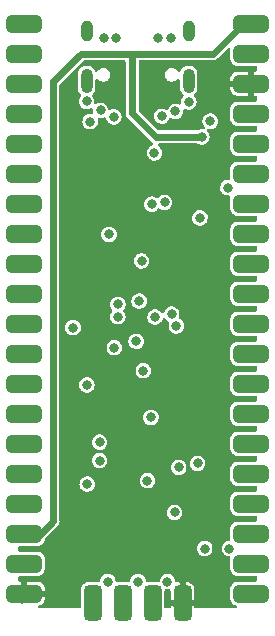
<source format=gbr>
%TF.GenerationSoftware,KiCad,Pcbnew,6.0.11-2627ca5db0~126~ubuntu20.04.1*%
%TF.CreationDate,2023-02-28T16:59:55+07:00*%
%TF.ProjectId,Bluepill-USB-C,426c7565-7069-46c6-9c2d-5553422d432e,rev?*%
%TF.SameCoordinates,Original*%
%TF.FileFunction,Copper,L3,Inr*%
%TF.FilePolarity,Positive*%
%FSLAX46Y46*%
G04 Gerber Fmt 4.6, Leading zero omitted, Abs format (unit mm)*
G04 Created by KiCad (PCBNEW 6.0.11-2627ca5db0~126~ubuntu20.04.1) date 2023-02-28 16:59:55*
%MOMM*%
%LPD*%
G01*
G04 APERTURE LIST*
G04 Aperture macros list*
%AMRoundRect*
0 Rectangle with rounded corners*
0 $1 Rounding radius*
0 $2 $3 $4 $5 $6 $7 $8 $9 X,Y pos of 4 corners*
0 Add a 4 corners polygon primitive as box body*
4,1,4,$2,$3,$4,$5,$6,$7,$8,$9,$2,$3,0*
0 Add four circle primitives for the rounded corners*
1,1,$1+$1,$2,$3*
1,1,$1+$1,$4,$5*
1,1,$1+$1,$6,$7*
1,1,$1+$1,$8,$9*
0 Add four rect primitives between the rounded corners*
20,1,$1+$1,$2,$3,$4,$5,0*
20,1,$1+$1,$4,$5,$6,$7,0*
20,1,$1+$1,$6,$7,$8,$9,0*
20,1,$1+$1,$8,$9,$2,$3,0*%
G04 Aperture macros list end*
%TA.AperFunction,ComponentPad*%
%ADD10C,1.500000*%
%TD*%
%TA.AperFunction,ComponentPad*%
%ADD11RoundRect,0.375000X0.375000X-1.125000X0.375000X1.125000X-0.375000X1.125000X-0.375000X-1.125000X0*%
%TD*%
%TA.AperFunction,ComponentPad*%
%ADD12RoundRect,0.375000X-1.125000X-0.375000X1.125000X-0.375000X1.125000X0.375000X-1.125000X0.375000X0*%
%TD*%
%TA.AperFunction,ComponentPad*%
%ADD13O,1.000000X1.800000*%
%TD*%
%TA.AperFunction,ComponentPad*%
%ADD14O,1.000000X2.100000*%
%TD*%
%TA.AperFunction,ComponentPad*%
%ADD15RoundRect,0.375000X1.125000X0.375000X-1.125000X0.375000X-1.125000X-0.375000X1.125000X-0.375000X0*%
%TD*%
%TA.AperFunction,ViaPad*%
%ADD16C,0.800000*%
%TD*%
%TA.AperFunction,Conductor*%
%ADD17C,0.600000*%
%TD*%
G04 APERTURE END LIST*
D10*
%TO.N,GND*%
%TO.C,J2*%
X146354800Y-128524000D03*
D11*
X146354800Y-127824000D03*
%TO.N,/PA14*%
X148894800Y-127824000D03*
D10*
X148894800Y-128524000D03*
%TO.N,/PA13*%
X151434800Y-128524000D03*
D11*
X151434800Y-127824000D03*
D10*
%TO.N,+3V3*%
X153974800Y-128524000D03*
D11*
X153974800Y-127824000D03*
%TD*%
D12*
%TO.N,/PB12*%
%TO.C,J3*%
X140574800Y-78765400D03*
D10*
X139824800Y-78765400D03*
%TO.N,/PB13*%
X139824800Y-81305400D03*
D12*
X140574800Y-81305400D03*
%TO.N,/PB14*%
X140574800Y-83845400D03*
D10*
X139824800Y-83845400D03*
%TO.N,/PB15*%
X139824800Y-86385400D03*
D12*
X140574800Y-86385400D03*
%TO.N,/PA8*%
X140574800Y-88925400D03*
D10*
X139824800Y-88925400D03*
D12*
%TO.N,/PA9*%
X140574800Y-91465400D03*
D10*
X139824800Y-91465400D03*
D12*
%TO.N,/PA10*%
X140574800Y-94005400D03*
D10*
X139824800Y-94005400D03*
%TO.N,/PA11*%
X139824800Y-96545400D03*
D12*
X140574800Y-96545400D03*
D10*
%TO.N,/PA12*%
X139824800Y-99085400D03*
D12*
X140574800Y-99085400D03*
%TO.N,/PA15*%
X140574800Y-101625400D03*
D10*
X139824800Y-101625400D03*
%TO.N,/PB3*%
X139824800Y-104165400D03*
D12*
X140574800Y-104165400D03*
%TO.N,/PB4*%
X140574800Y-106705400D03*
D10*
X139824800Y-106705400D03*
%TO.N,/PB5*%
X139824800Y-109245400D03*
D12*
X140574800Y-109245400D03*
%TO.N,/PB6*%
X140574800Y-111785400D03*
D10*
X139824800Y-111785400D03*
%TO.N,/PB7*%
X139824800Y-114325400D03*
D12*
X140574800Y-114325400D03*
%TO.N,/PB8*%
X140574800Y-116865400D03*
D10*
X139824800Y-116865400D03*
%TO.N,/PB9*%
X139824800Y-119405400D03*
D12*
X140574800Y-119405400D03*
%TO.N,VCC*%
X140574800Y-121945400D03*
D10*
X139824800Y-121945400D03*
%TO.N,GND*%
X139824800Y-124485400D03*
D12*
X140574800Y-124485400D03*
D10*
%TO.N,+3V3*%
X139824800Y-127025400D03*
D12*
X140574800Y-127025400D03*
%TD*%
D13*
%TO.N,GND*%
%TO.C,J1*%
X145844800Y-79412830D03*
D14*
X145844800Y-83612830D03*
D13*
X154484800Y-79412830D03*
D14*
X154484800Y-83612830D03*
%TD*%
D10*
%TO.N,/VB*%
%TO.C,J4*%
X160504800Y-127025400D03*
D15*
X159754800Y-127025400D03*
%TO.N,/PC15*%
X159754800Y-124485400D03*
D10*
X160504800Y-124485400D03*
D15*
%TO.N,/PC14*%
X159754800Y-121945400D03*
D10*
X160504800Y-121945400D03*
D15*
%TO.N,/PC13*%
X159754800Y-119405400D03*
D10*
X160504800Y-119405400D03*
%TO.N,/PA0*%
X160504800Y-116865400D03*
D15*
X159754800Y-116865400D03*
%TO.N,/PA1*%
X159754800Y-114325400D03*
D10*
X160504800Y-114325400D03*
D15*
%TO.N,/PA2*%
X159754800Y-111785400D03*
D10*
X160504800Y-111785400D03*
D15*
%TO.N,/PA3*%
X159754800Y-109245400D03*
D10*
X160504800Y-109245400D03*
D15*
%TO.N,/PA4*%
X159754800Y-106705400D03*
D10*
X160504800Y-106705400D03*
D15*
%TO.N,/MEM_CLK*%
X159754800Y-104165400D03*
D10*
X160504800Y-104165400D03*
%TO.N,/MEM_MISO*%
X160504800Y-101625400D03*
D15*
X159754800Y-101625400D03*
D10*
%TO.N,/MEM_MOSI*%
X160504800Y-99085400D03*
D15*
X159754800Y-99085400D03*
D10*
%TO.N,/PB0*%
X160504800Y-96545400D03*
D15*
X159754800Y-96545400D03*
%TO.N,/PB1*%
X159754800Y-94005400D03*
D10*
X160504800Y-94005400D03*
%TO.N,/PB10*%
X160504800Y-91465400D03*
D15*
X159754800Y-91465400D03*
%TO.N,/PB11*%
X159754800Y-88925400D03*
D10*
X160504800Y-88925400D03*
D15*
%TO.N,/~{NRST}*%
X159754800Y-86385400D03*
D10*
X160504800Y-86385400D03*
%TO.N,+3V3*%
X160504800Y-83845400D03*
D15*
X159754800Y-83845400D03*
D10*
%TO.N,GND*%
X160504800Y-81305400D03*
D15*
X159754800Y-81305400D03*
D10*
%TO.N,VCC*%
X160504800Y-78765400D03*
D15*
X159754800Y-78765400D03*
%TD*%
D16*
%TO.N,GND*%
X154500000Y-85400000D03*
X144700000Y-104500000D03*
X145900000Y-117750000D03*
X146950000Y-114200000D03*
X156311600Y-87020400D03*
X150500000Y-98850000D03*
X151600000Y-89700000D03*
X146950000Y-115750000D03*
X152450000Y-93900000D03*
X150300000Y-102250000D03*
X157950000Y-123200000D03*
X150200000Y-126000000D03*
X153300000Y-120150000D03*
X155250000Y-116000000D03*
X147650000Y-126000000D03*
X146150000Y-87050000D03*
X151300000Y-112100000D03*
X145850000Y-85350000D03*
X152700000Y-126000000D03*
X157800000Y-92650000D03*
X155450000Y-95200000D03*
%TO.N,/PC15*%
X153650000Y-116325500D03*
%TO.N,/~{NRST}*%
X151650000Y-103600000D03*
X151350000Y-94050000D03*
%TO.N,VCC*%
X155600000Y-88350000D03*
%TO.N,+3V3*%
X150700000Y-120900000D03*
X146500000Y-95650000D03*
X152550000Y-97650000D03*
X146700000Y-111900000D03*
X144050000Y-103050000D03*
X155550000Y-110350000D03*
%TO.N,VBUS*%
X153376705Y-86193677D03*
X147036412Y-86106641D03*
%TO.N,/PA13*%
X150050000Y-105650000D03*
%TO.N,/PA14*%
X148200000Y-106200000D03*
%TO.N,/PA11*%
X152200000Y-86600000D03*
X148500000Y-102525000D03*
%TO.N,/MEM_MISO*%
X153050000Y-103350000D03*
%TO.N,/PA4*%
X153450000Y-104350000D03*
%TO.N,/PA0*%
X151000000Y-117450000D03*
%TO.N,/PC13*%
X150649865Y-108149086D03*
%TO.N,/BOOT0*%
X147750000Y-96600000D03*
X145880181Y-109344779D03*
%TO.N,/PC13*%
X155850000Y-123200000D03*
%TO.N,/D+*%
X147325000Y-80000000D03*
X151925000Y-80000000D03*
X147325000Y-80000000D03*
%TO.N,/D-*%
X148375000Y-80000000D03*
X148375000Y-80000000D03*
X152975000Y-80000000D03*
%TO.N,/PA12*%
X148150000Y-86650000D03*
X148500000Y-103575000D03*
%TD*%
D17*
%TO.N,VCC*%
X141954600Y-121945400D02*
X143000000Y-120900000D01*
X156520200Y-81300000D02*
X159054800Y-78765400D01*
X143000000Y-87350000D02*
X143000000Y-83650000D01*
X143000000Y-83650000D02*
X145350000Y-81300000D01*
X141274800Y-121945400D02*
X141954600Y-121945400D01*
X143000000Y-120900000D02*
X143000000Y-90600000D01*
X155600000Y-88350000D02*
X151700000Y-88350000D01*
X145350000Y-81300000D02*
X149700000Y-81300000D01*
X149700000Y-86350000D02*
X149700000Y-81300000D01*
X151700000Y-88350000D02*
X149700000Y-86350000D01*
X143000000Y-90600000D02*
X143000000Y-87350000D01*
X149700000Y-81300000D02*
X156520200Y-81300000D01*
%TD*%
%TA.AperFunction,Conductor*%
%TO.N,+3V3*%
G36*
X157918332Y-80790215D02*
G01*
X157975168Y-80832762D01*
X157999979Y-80899282D01*
X158000300Y-80908271D01*
X158000301Y-81333583D01*
X158000301Y-81743966D01*
X158003109Y-81779658D01*
X158004904Y-81785835D01*
X158004905Y-81785841D01*
X158045270Y-81924779D01*
X158047482Y-81932392D01*
X158051519Y-81939218D01*
X158124406Y-82062464D01*
X158124408Y-82062467D01*
X158128444Y-82069291D01*
X158240909Y-82181756D01*
X158247733Y-82185792D01*
X158247736Y-82185794D01*
X158349798Y-82246153D01*
X158377808Y-82262718D01*
X158385419Y-82264929D01*
X158385421Y-82264930D01*
X158434661Y-82279235D01*
X158530542Y-82307091D01*
X158536947Y-82307595D01*
X158536952Y-82307596D01*
X158563777Y-82309707D01*
X158563784Y-82309707D01*
X158566233Y-82309900D01*
X158598560Y-82309900D01*
X160122300Y-82309899D01*
X160190421Y-82329901D01*
X160236914Y-82383557D01*
X160248300Y-82435899D01*
X160248300Y-82715400D01*
X160228298Y-82783521D01*
X160174642Y-82830014D01*
X160122300Y-82841400D01*
X160026915Y-82841400D01*
X160011676Y-82845875D01*
X160010471Y-82847265D01*
X160008800Y-82854948D01*
X160008800Y-82972074D01*
X160016330Y-82997719D01*
X160211395Y-83192784D01*
X160245421Y-83255096D01*
X160248300Y-83281879D01*
X160248300Y-83643920D01*
X160228298Y-83712041D01*
X160174642Y-83758534D01*
X160104368Y-83768638D01*
X160039788Y-83739144D01*
X160033205Y-83733015D01*
X160021610Y-83721420D01*
X160011524Y-83715913D01*
X160008800Y-83723217D01*
X160008800Y-83964074D01*
X160012037Y-83975099D01*
X160019130Y-83971860D01*
X160033205Y-83957785D01*
X160095517Y-83923759D01*
X160166332Y-83928824D01*
X160223168Y-83971371D01*
X160247979Y-84037891D01*
X160248300Y-84046880D01*
X160248300Y-84408921D01*
X160228298Y-84477042D01*
X160211395Y-84498016D01*
X160021612Y-84687799D01*
X160008800Y-84711261D01*
X160008800Y-84831284D01*
X160013275Y-84846523D01*
X160014665Y-84847728D01*
X160022348Y-84849399D01*
X160122300Y-84849399D01*
X160190421Y-84869401D01*
X160236914Y-84923057D01*
X160248300Y-84975399D01*
X160248300Y-85254900D01*
X160228298Y-85323021D01*
X160174642Y-85369514D01*
X160122300Y-85380900D01*
X158598612Y-85380901D01*
X158566234Y-85380901D01*
X158543665Y-85382677D01*
X158536960Y-85383204D01*
X158536959Y-85383204D01*
X158530542Y-85383709D01*
X158524362Y-85385504D01*
X158524359Y-85385505D01*
X158385421Y-85425870D01*
X158385419Y-85425871D01*
X158377808Y-85428082D01*
X158370981Y-85432119D01*
X158370982Y-85432119D01*
X158247736Y-85505006D01*
X158247733Y-85505008D01*
X158240909Y-85509044D01*
X158128444Y-85621509D01*
X158124408Y-85628333D01*
X158124406Y-85628336D01*
X158088702Y-85688709D01*
X158047482Y-85758408D01*
X158003109Y-85911142D01*
X158002605Y-85917547D01*
X158002604Y-85917552D01*
X158000493Y-85944377D01*
X158000300Y-85946833D01*
X158000301Y-86823966D01*
X158003109Y-86859658D01*
X158004904Y-86865838D01*
X158004905Y-86865841D01*
X158034476Y-86967624D01*
X158047482Y-87012392D01*
X158051519Y-87019218D01*
X158124406Y-87142464D01*
X158124408Y-87142467D01*
X158128444Y-87149291D01*
X158240909Y-87261756D01*
X158247733Y-87265792D01*
X158247736Y-87265794D01*
X158326856Y-87312585D01*
X158377808Y-87342718D01*
X158385419Y-87344929D01*
X158385421Y-87344930D01*
X158434661Y-87359235D01*
X158530542Y-87387091D01*
X158536947Y-87387595D01*
X158536952Y-87387596D01*
X158563777Y-87389707D01*
X158563784Y-87389707D01*
X158566233Y-87389900D01*
X158598560Y-87389900D01*
X160122300Y-87389899D01*
X160190421Y-87409901D01*
X160236914Y-87463557D01*
X160248300Y-87515899D01*
X160248300Y-87794900D01*
X160228298Y-87863021D01*
X160174642Y-87909514D01*
X160122300Y-87920900D01*
X158598612Y-87920901D01*
X158566234Y-87920901D01*
X158543665Y-87922677D01*
X158536960Y-87923204D01*
X158536959Y-87923204D01*
X158530542Y-87923709D01*
X158524362Y-87925504D01*
X158524359Y-87925505D01*
X158385421Y-87965870D01*
X158385419Y-87965871D01*
X158377808Y-87968082D01*
X158370981Y-87972119D01*
X158370982Y-87972119D01*
X158247736Y-88045006D01*
X158247733Y-88045008D01*
X158240909Y-88049044D01*
X158128444Y-88161509D01*
X158124408Y-88168333D01*
X158124406Y-88168336D01*
X158114178Y-88185631D01*
X158047482Y-88298408D01*
X158003109Y-88451142D01*
X158002605Y-88457547D01*
X158002604Y-88457552D01*
X158000493Y-88484377D01*
X158000300Y-88486833D01*
X158000301Y-89363966D01*
X158003109Y-89399658D01*
X158004904Y-89405838D01*
X158004905Y-89405841D01*
X158042730Y-89536037D01*
X158047482Y-89552392D01*
X158051519Y-89559218D01*
X158124406Y-89682464D01*
X158124408Y-89682467D01*
X158128444Y-89689291D01*
X158240909Y-89801756D01*
X158247733Y-89805792D01*
X158247736Y-89805794D01*
X158323420Y-89850553D01*
X158377808Y-89882718D01*
X158385419Y-89884929D01*
X158385421Y-89884930D01*
X158434661Y-89899235D01*
X158530542Y-89927091D01*
X158536947Y-89927595D01*
X158536952Y-89927596D01*
X158563777Y-89929707D01*
X158563784Y-89929707D01*
X158566233Y-89929900D01*
X158598560Y-89929900D01*
X160122300Y-89929899D01*
X160190421Y-89949901D01*
X160236914Y-90003557D01*
X160248300Y-90055899D01*
X160248300Y-90334900D01*
X160228298Y-90403021D01*
X160174642Y-90449514D01*
X160122300Y-90460900D01*
X158598612Y-90460901D01*
X158566234Y-90460901D01*
X158543665Y-90462677D01*
X158536960Y-90463204D01*
X158536959Y-90463204D01*
X158530542Y-90463709D01*
X158524362Y-90465504D01*
X158524359Y-90465505D01*
X158385421Y-90505870D01*
X158385419Y-90505871D01*
X158377808Y-90508082D01*
X158370981Y-90512119D01*
X158370982Y-90512119D01*
X158247736Y-90585006D01*
X158247733Y-90585008D01*
X158240909Y-90589044D01*
X158128444Y-90701509D01*
X158124408Y-90708333D01*
X158124406Y-90708336D01*
X158100169Y-90749319D01*
X158047482Y-90838408D01*
X158003109Y-90991142D01*
X158002605Y-90997547D01*
X158002604Y-90997552D01*
X158000493Y-91024377D01*
X158000300Y-91026833D01*
X158000301Y-91451307D01*
X158000301Y-91869847D01*
X157980299Y-91937968D01*
X157926643Y-91984461D01*
X157873642Y-91995845D01*
X157724221Y-91995062D01*
X157716841Y-91996834D01*
X157716839Y-91996834D01*
X157577563Y-92030271D01*
X157577560Y-92030272D01*
X157570184Y-92032043D01*
X157429414Y-92104700D01*
X157310039Y-92208838D01*
X157218950Y-92338444D01*
X157190178Y-92412240D01*
X157167698Y-92469900D01*
X157161406Y-92486037D01*
X157160414Y-92493570D01*
X157160414Y-92493571D01*
X157144950Y-92611037D01*
X157140729Y-92643096D01*
X157158113Y-92800553D01*
X157160723Y-92807684D01*
X157160723Y-92807686D01*
X157169701Y-92832218D01*
X157212553Y-92949319D01*
X157216789Y-92955622D01*
X157216789Y-92955623D01*
X157277433Y-93045870D01*
X157300908Y-93080805D01*
X157306527Y-93085918D01*
X157306528Y-93085919D01*
X157412460Y-93182309D01*
X157418076Y-93187419D01*
X157557293Y-93263008D01*
X157710522Y-93303207D01*
X157794477Y-93304526D01*
X157861319Y-93305576D01*
X157861322Y-93305576D01*
X157868916Y-93305695D01*
X157876319Y-93303999D01*
X157883878Y-93303205D01*
X157884084Y-93305166D01*
X157944777Y-93308835D01*
X158002078Y-93350753D01*
X158027620Y-93416996D01*
X158023045Y-93462522D01*
X158004903Y-93524965D01*
X158004902Y-93524970D01*
X158003109Y-93531142D01*
X158002605Y-93537547D01*
X158002604Y-93537552D01*
X158001370Y-93553236D01*
X158000300Y-93566833D01*
X158000301Y-94443966D01*
X158003109Y-94479658D01*
X158004904Y-94485838D01*
X158004905Y-94485841D01*
X158038816Y-94602563D01*
X158047482Y-94632392D01*
X158051519Y-94639218D01*
X158124406Y-94762464D01*
X158124408Y-94762467D01*
X158128444Y-94769291D01*
X158240909Y-94881756D01*
X158247733Y-94885792D01*
X158247736Y-94885794D01*
X158264189Y-94895524D01*
X158377808Y-94962718D01*
X158385419Y-94964929D01*
X158385421Y-94964930D01*
X158434661Y-94979235D01*
X158530542Y-95007091D01*
X158536947Y-95007595D01*
X158536952Y-95007596D01*
X158563777Y-95009707D01*
X158563784Y-95009707D01*
X158566233Y-95009900D01*
X158598560Y-95009900D01*
X160122300Y-95009899D01*
X160190421Y-95029901D01*
X160236914Y-95083557D01*
X160248300Y-95135899D01*
X160248300Y-95414900D01*
X160228298Y-95483021D01*
X160174642Y-95529514D01*
X160122300Y-95540900D01*
X158598612Y-95540901D01*
X158566234Y-95540901D01*
X158543665Y-95542677D01*
X158536960Y-95543204D01*
X158536959Y-95543204D01*
X158530542Y-95543709D01*
X158524362Y-95545504D01*
X158524359Y-95545505D01*
X158385421Y-95585870D01*
X158385419Y-95585871D01*
X158377808Y-95588082D01*
X158370981Y-95592119D01*
X158370982Y-95592119D01*
X158247736Y-95665006D01*
X158247733Y-95665008D01*
X158240909Y-95669044D01*
X158128444Y-95781509D01*
X158124408Y-95788333D01*
X158124406Y-95788336D01*
X158108676Y-95814934D01*
X158047482Y-95918408D01*
X158045271Y-95926019D01*
X158045270Y-95926021D01*
X158038959Y-95947743D01*
X158003109Y-96071142D01*
X158002605Y-96077547D01*
X158002604Y-96077552D01*
X158000493Y-96104377D01*
X158000300Y-96106833D01*
X158000301Y-96983966D01*
X158003109Y-97019658D01*
X158047482Y-97172392D01*
X158051519Y-97179218D01*
X158124406Y-97302464D01*
X158124408Y-97302467D01*
X158128444Y-97309291D01*
X158240909Y-97421756D01*
X158247733Y-97425792D01*
X158247736Y-97425794D01*
X158349798Y-97486153D01*
X158377808Y-97502718D01*
X158385419Y-97504929D01*
X158385421Y-97504930D01*
X158434661Y-97519235D01*
X158530542Y-97547091D01*
X158536947Y-97547595D01*
X158536952Y-97547596D01*
X158563777Y-97549707D01*
X158563784Y-97549707D01*
X158566233Y-97549900D01*
X158598560Y-97549900D01*
X160122300Y-97549899D01*
X160190421Y-97569901D01*
X160236914Y-97623557D01*
X160248300Y-97675899D01*
X160248300Y-97954900D01*
X160228298Y-98023021D01*
X160174642Y-98069514D01*
X160122300Y-98080900D01*
X158598612Y-98080901D01*
X158566234Y-98080901D01*
X158543665Y-98082677D01*
X158536960Y-98083204D01*
X158536959Y-98083204D01*
X158530542Y-98083709D01*
X158524362Y-98085504D01*
X158524359Y-98085505D01*
X158385421Y-98125870D01*
X158385419Y-98125871D01*
X158377808Y-98128082D01*
X158370981Y-98132119D01*
X158370982Y-98132119D01*
X158247736Y-98205006D01*
X158247733Y-98205008D01*
X158240909Y-98209044D01*
X158128444Y-98321509D01*
X158124408Y-98328333D01*
X158124406Y-98328336D01*
X158100169Y-98369319D01*
X158047482Y-98458408D01*
X158003109Y-98611142D01*
X158002605Y-98617547D01*
X158002604Y-98617552D01*
X158000493Y-98644377D01*
X158000300Y-98646833D01*
X158000301Y-99523966D01*
X158003109Y-99559658D01*
X158047482Y-99712392D01*
X158051519Y-99719218D01*
X158124406Y-99842464D01*
X158124408Y-99842467D01*
X158128444Y-99849291D01*
X158240909Y-99961756D01*
X158247733Y-99965792D01*
X158247736Y-99965794D01*
X158349798Y-100026153D01*
X158377808Y-100042718D01*
X158385419Y-100044929D01*
X158385421Y-100044930D01*
X158434661Y-100059235D01*
X158530542Y-100087091D01*
X158536947Y-100087595D01*
X158536952Y-100087596D01*
X158563777Y-100089707D01*
X158563784Y-100089707D01*
X158566233Y-100089900D01*
X158598560Y-100089900D01*
X160122300Y-100089899D01*
X160190421Y-100109901D01*
X160236914Y-100163557D01*
X160248300Y-100215899D01*
X160248300Y-100494900D01*
X160228298Y-100563021D01*
X160174642Y-100609514D01*
X160122300Y-100620900D01*
X158598612Y-100620901D01*
X158566234Y-100620901D01*
X158543665Y-100622677D01*
X158536960Y-100623204D01*
X158536959Y-100623204D01*
X158530542Y-100623709D01*
X158524362Y-100625504D01*
X158524359Y-100625505D01*
X158385421Y-100665870D01*
X158385419Y-100665871D01*
X158377808Y-100668082D01*
X158370981Y-100672119D01*
X158370982Y-100672119D01*
X158247736Y-100745006D01*
X158247733Y-100745008D01*
X158240909Y-100749044D01*
X158128444Y-100861509D01*
X158124408Y-100868333D01*
X158124406Y-100868336D01*
X158100169Y-100909319D01*
X158047482Y-100998408D01*
X158003109Y-101151142D01*
X158002605Y-101157547D01*
X158002604Y-101157552D01*
X158000493Y-101184377D01*
X158000300Y-101186833D01*
X158000301Y-102063966D01*
X158003109Y-102099658D01*
X158004904Y-102105838D01*
X158004905Y-102105841D01*
X158040003Y-102226649D01*
X158047482Y-102252392D01*
X158051519Y-102259218D01*
X158124406Y-102382464D01*
X158124408Y-102382467D01*
X158128444Y-102389291D01*
X158240909Y-102501756D01*
X158247733Y-102505792D01*
X158247736Y-102505794D01*
X158349798Y-102566153D01*
X158377808Y-102582718D01*
X158385419Y-102584929D01*
X158385421Y-102584930D01*
X158434661Y-102599235D01*
X158530542Y-102627091D01*
X158536947Y-102627595D01*
X158536952Y-102627596D01*
X158563777Y-102629707D01*
X158563784Y-102629707D01*
X158566233Y-102629900D01*
X158598560Y-102629900D01*
X160122300Y-102629899D01*
X160190421Y-102649901D01*
X160236914Y-102703557D01*
X160248300Y-102755899D01*
X160248300Y-103034900D01*
X160228298Y-103103021D01*
X160174642Y-103149514D01*
X160122300Y-103160900D01*
X158598612Y-103160901D01*
X158566234Y-103160901D01*
X158543665Y-103162677D01*
X158536960Y-103163204D01*
X158536959Y-103163204D01*
X158530542Y-103163709D01*
X158524362Y-103165504D01*
X158524359Y-103165505D01*
X158385421Y-103205870D01*
X158385419Y-103205871D01*
X158377808Y-103208082D01*
X158370981Y-103212119D01*
X158370982Y-103212119D01*
X158247736Y-103285006D01*
X158247733Y-103285008D01*
X158240909Y-103289044D01*
X158128444Y-103401509D01*
X158124408Y-103408333D01*
X158124406Y-103408336D01*
X158100169Y-103449319D01*
X158047482Y-103538408D01*
X158045271Y-103546019D01*
X158045270Y-103546021D01*
X158036851Y-103575000D01*
X158003109Y-103691142D01*
X158002605Y-103697547D01*
X158002604Y-103697552D01*
X158002174Y-103703016D01*
X158000300Y-103726833D01*
X158000301Y-104603966D01*
X158003109Y-104639658D01*
X158004904Y-104645838D01*
X158004905Y-104645841D01*
X158045270Y-104784779D01*
X158047482Y-104792392D01*
X158055307Y-104805623D01*
X158124406Y-104922464D01*
X158124408Y-104922467D01*
X158128444Y-104929291D01*
X158240909Y-105041756D01*
X158247733Y-105045792D01*
X158247736Y-105045794D01*
X158341455Y-105101219D01*
X158377808Y-105122718D01*
X158385419Y-105124929D01*
X158385421Y-105124930D01*
X158434661Y-105139235D01*
X158530542Y-105167091D01*
X158536947Y-105167595D01*
X158536952Y-105167596D01*
X158563777Y-105169707D01*
X158563784Y-105169707D01*
X158566233Y-105169900D01*
X158598560Y-105169900D01*
X160122300Y-105169899D01*
X160190421Y-105189901D01*
X160236914Y-105243557D01*
X160248300Y-105295899D01*
X160248300Y-105574900D01*
X160228298Y-105643021D01*
X160174642Y-105689514D01*
X160122300Y-105700900D01*
X158598612Y-105700901D01*
X158566234Y-105700901D01*
X158543665Y-105702677D01*
X158536960Y-105703204D01*
X158536959Y-105703204D01*
X158530542Y-105703709D01*
X158524362Y-105705504D01*
X158524359Y-105705505D01*
X158385421Y-105745870D01*
X158385419Y-105745871D01*
X158377808Y-105748082D01*
X158350906Y-105763992D01*
X158247736Y-105825006D01*
X158247733Y-105825008D01*
X158240909Y-105829044D01*
X158128444Y-105941509D01*
X158124408Y-105948333D01*
X158124406Y-105948336D01*
X158109348Y-105973798D01*
X158047482Y-106078408D01*
X158045271Y-106086019D01*
X158045270Y-106086021D01*
X158042293Y-106096269D01*
X158003109Y-106231142D01*
X158002605Y-106237547D01*
X158002604Y-106237552D01*
X158000886Y-106259385D01*
X158000300Y-106266833D01*
X158000301Y-107143966D01*
X158003109Y-107179658D01*
X158047482Y-107332392D01*
X158051519Y-107339218D01*
X158124406Y-107462464D01*
X158124408Y-107462467D01*
X158128444Y-107469291D01*
X158240909Y-107581756D01*
X158247733Y-107585792D01*
X158247736Y-107585794D01*
X158349798Y-107646153D01*
X158377808Y-107662718D01*
X158385419Y-107664929D01*
X158385421Y-107664930D01*
X158434661Y-107679235D01*
X158530542Y-107707091D01*
X158536947Y-107707595D01*
X158536952Y-107707596D01*
X158563777Y-107709707D01*
X158563784Y-107709707D01*
X158566233Y-107709900D01*
X158598560Y-107709900D01*
X160122300Y-107709899D01*
X160190421Y-107729901D01*
X160236914Y-107783557D01*
X160248300Y-107835899D01*
X160248300Y-108114900D01*
X160228298Y-108183021D01*
X160174642Y-108229514D01*
X160122300Y-108240900D01*
X158598612Y-108240901D01*
X158566234Y-108240901D01*
X158543665Y-108242677D01*
X158536960Y-108243204D01*
X158536959Y-108243204D01*
X158530542Y-108243709D01*
X158524362Y-108245504D01*
X158524359Y-108245505D01*
X158385421Y-108285870D01*
X158385419Y-108285871D01*
X158377808Y-108288082D01*
X158370981Y-108292119D01*
X158370982Y-108292119D01*
X158247736Y-108365006D01*
X158247733Y-108365008D01*
X158240909Y-108369044D01*
X158128444Y-108481509D01*
X158124408Y-108488333D01*
X158124406Y-108488336D01*
X158064767Y-108589181D01*
X158047482Y-108618408D01*
X158003109Y-108771142D01*
X158002605Y-108777547D01*
X158002604Y-108777552D01*
X158000851Y-108799834D01*
X158000300Y-108806833D01*
X158000301Y-109683966D01*
X158003109Y-109719658D01*
X158004904Y-109725838D01*
X158004905Y-109725841D01*
X158025283Y-109795983D01*
X158047482Y-109872392D01*
X158051519Y-109879218D01*
X158124406Y-110002464D01*
X158124408Y-110002467D01*
X158128444Y-110009291D01*
X158240909Y-110121756D01*
X158247733Y-110125792D01*
X158247736Y-110125794D01*
X158349798Y-110186153D01*
X158377808Y-110202718D01*
X158385419Y-110204929D01*
X158385421Y-110204930D01*
X158434661Y-110219235D01*
X158530542Y-110247091D01*
X158536947Y-110247595D01*
X158536952Y-110247596D01*
X158563777Y-110249707D01*
X158563784Y-110249707D01*
X158566233Y-110249900D01*
X158598560Y-110249900D01*
X160122300Y-110249899D01*
X160190421Y-110269901D01*
X160236914Y-110323557D01*
X160248300Y-110375899D01*
X160248300Y-110654900D01*
X160228298Y-110723021D01*
X160174642Y-110769514D01*
X160122300Y-110780900D01*
X158598612Y-110780901D01*
X158566234Y-110780901D01*
X158543665Y-110782677D01*
X158536960Y-110783204D01*
X158536959Y-110783204D01*
X158530542Y-110783709D01*
X158524362Y-110785504D01*
X158524359Y-110785505D01*
X158385421Y-110825870D01*
X158385419Y-110825871D01*
X158377808Y-110828082D01*
X158370981Y-110832119D01*
X158370982Y-110832119D01*
X158247736Y-110905006D01*
X158247733Y-110905008D01*
X158240909Y-110909044D01*
X158128444Y-111021509D01*
X158124408Y-111028333D01*
X158124406Y-111028336D01*
X158100169Y-111069319D01*
X158047482Y-111158408D01*
X158003109Y-111311142D01*
X158002605Y-111317547D01*
X158002604Y-111317552D01*
X158000493Y-111344377D01*
X158000300Y-111346833D01*
X158000301Y-112223966D01*
X158003109Y-112259658D01*
X158047482Y-112412392D01*
X158051519Y-112419218D01*
X158124406Y-112542464D01*
X158124408Y-112542467D01*
X158128444Y-112549291D01*
X158240909Y-112661756D01*
X158247733Y-112665792D01*
X158247736Y-112665794D01*
X158321445Y-112709385D01*
X158377808Y-112742718D01*
X158385419Y-112744929D01*
X158385421Y-112744930D01*
X158422066Y-112755576D01*
X158530542Y-112787091D01*
X158536947Y-112787595D01*
X158536952Y-112787596D01*
X158563777Y-112789707D01*
X158563784Y-112789707D01*
X158566233Y-112789900D01*
X158598560Y-112789900D01*
X160122300Y-112789899D01*
X160190421Y-112809901D01*
X160236914Y-112863557D01*
X160248300Y-112915899D01*
X160248300Y-113194900D01*
X160228298Y-113263021D01*
X160174642Y-113309514D01*
X160122300Y-113320900D01*
X158598612Y-113320901D01*
X158566234Y-113320901D01*
X158543665Y-113322677D01*
X158536960Y-113323204D01*
X158536959Y-113323204D01*
X158530542Y-113323709D01*
X158524362Y-113325504D01*
X158524359Y-113325505D01*
X158385421Y-113365870D01*
X158385419Y-113365871D01*
X158377808Y-113368082D01*
X158370981Y-113372119D01*
X158370982Y-113372119D01*
X158247736Y-113445006D01*
X158247733Y-113445008D01*
X158240909Y-113449044D01*
X158128444Y-113561509D01*
X158124408Y-113568333D01*
X158124406Y-113568336D01*
X158073331Y-113654700D01*
X158047482Y-113698408D01*
X158003109Y-113851142D01*
X158002605Y-113857547D01*
X158002604Y-113857552D01*
X158000662Y-113882228D01*
X158000300Y-113886833D01*
X158000301Y-114763966D01*
X158003109Y-114799658D01*
X158004904Y-114805838D01*
X158004905Y-114805841D01*
X158045270Y-114944779D01*
X158047482Y-114952392D01*
X158051519Y-114959218D01*
X158124406Y-115082464D01*
X158124408Y-115082467D01*
X158128444Y-115089291D01*
X158240909Y-115201756D01*
X158247733Y-115205792D01*
X158247736Y-115205794D01*
X158261044Y-115213664D01*
X158377808Y-115282718D01*
X158385419Y-115284929D01*
X158385421Y-115284930D01*
X158434661Y-115299235D01*
X158530542Y-115327091D01*
X158536947Y-115327595D01*
X158536952Y-115327596D01*
X158563777Y-115329707D01*
X158563784Y-115329707D01*
X158566233Y-115329900D01*
X158598560Y-115329900D01*
X160122300Y-115329899D01*
X160190421Y-115349901D01*
X160236914Y-115403557D01*
X160248300Y-115455899D01*
X160248300Y-115734900D01*
X160228298Y-115803021D01*
X160174642Y-115849514D01*
X160122300Y-115860900D01*
X158598612Y-115860901D01*
X158566234Y-115860901D01*
X158543665Y-115862677D01*
X158536960Y-115863204D01*
X158536959Y-115863204D01*
X158530542Y-115863709D01*
X158524362Y-115865504D01*
X158524359Y-115865505D01*
X158385421Y-115905870D01*
X158385419Y-115905871D01*
X158377808Y-115908082D01*
X158370981Y-115912119D01*
X158370982Y-115912119D01*
X158247736Y-115985006D01*
X158247733Y-115985008D01*
X158240909Y-115989044D01*
X158128444Y-116101509D01*
X158124408Y-116108333D01*
X158124406Y-116108336D01*
X158082726Y-116178813D01*
X158047482Y-116238408D01*
X158003109Y-116391142D01*
X158002605Y-116397547D01*
X158002604Y-116397552D01*
X158000493Y-116424377D01*
X158000300Y-116426833D01*
X158000301Y-117303966D01*
X158003109Y-117339658D01*
X158004904Y-117345838D01*
X158004905Y-117345841D01*
X158035166Y-117450000D01*
X158047482Y-117492392D01*
X158051519Y-117499218D01*
X158124406Y-117622464D01*
X158124408Y-117622467D01*
X158128444Y-117629291D01*
X158240909Y-117741756D01*
X158247733Y-117745792D01*
X158247736Y-117745794D01*
X158349798Y-117806153D01*
X158377808Y-117822718D01*
X158385419Y-117824929D01*
X158385421Y-117824930D01*
X158434661Y-117839235D01*
X158530542Y-117867091D01*
X158536947Y-117867595D01*
X158536952Y-117867596D01*
X158563777Y-117869707D01*
X158563784Y-117869707D01*
X158566233Y-117869900D01*
X158598560Y-117869900D01*
X160122300Y-117869899D01*
X160190421Y-117889901D01*
X160236914Y-117943557D01*
X160248300Y-117995899D01*
X160248300Y-118274900D01*
X160228298Y-118343021D01*
X160174642Y-118389514D01*
X160122300Y-118400900D01*
X158598612Y-118400901D01*
X158566234Y-118400901D01*
X158543665Y-118402677D01*
X158536960Y-118403204D01*
X158536959Y-118403204D01*
X158530542Y-118403709D01*
X158524362Y-118405504D01*
X158524359Y-118405505D01*
X158385421Y-118445870D01*
X158385419Y-118445871D01*
X158377808Y-118448082D01*
X158370981Y-118452119D01*
X158370982Y-118452119D01*
X158247736Y-118525006D01*
X158247733Y-118525008D01*
X158240909Y-118529044D01*
X158128444Y-118641509D01*
X158124408Y-118648333D01*
X158124406Y-118648336D01*
X158100169Y-118689319D01*
X158047482Y-118778408D01*
X158003109Y-118931142D01*
X158002605Y-118937547D01*
X158002604Y-118937552D01*
X158000493Y-118964377D01*
X158000300Y-118966833D01*
X158000301Y-119843966D01*
X158003109Y-119879658D01*
X158004904Y-119885838D01*
X158004905Y-119885841D01*
X158045270Y-120024779D01*
X158047482Y-120032392D01*
X158051519Y-120039218D01*
X158124406Y-120162464D01*
X158124408Y-120162467D01*
X158128444Y-120169291D01*
X158240909Y-120281756D01*
X158247733Y-120285792D01*
X158247736Y-120285794D01*
X158318587Y-120327695D01*
X158377808Y-120362718D01*
X158385419Y-120364929D01*
X158385421Y-120364930D01*
X158434661Y-120379235D01*
X158530542Y-120407091D01*
X158536947Y-120407595D01*
X158536952Y-120407596D01*
X158563777Y-120409707D01*
X158563784Y-120409707D01*
X158566233Y-120409900D01*
X158598560Y-120409900D01*
X160122300Y-120409899D01*
X160190421Y-120429901D01*
X160236914Y-120483557D01*
X160248300Y-120535899D01*
X160248300Y-120814900D01*
X160228298Y-120883021D01*
X160174642Y-120929514D01*
X160122300Y-120940900D01*
X158598612Y-120940901D01*
X158566234Y-120940901D01*
X158543665Y-120942677D01*
X158536960Y-120943204D01*
X158536959Y-120943204D01*
X158530542Y-120943709D01*
X158524362Y-120945504D01*
X158524359Y-120945505D01*
X158385421Y-120985870D01*
X158385419Y-120985871D01*
X158377808Y-120988082D01*
X158370981Y-120992119D01*
X158370982Y-120992119D01*
X158247736Y-121065006D01*
X158247733Y-121065008D01*
X158240909Y-121069044D01*
X158128444Y-121181509D01*
X158124408Y-121188333D01*
X158124406Y-121188336D01*
X158088247Y-121249478D01*
X158047482Y-121318408D01*
X158003109Y-121471142D01*
X158002605Y-121477547D01*
X158002604Y-121477552D01*
X158000493Y-121504377D01*
X158000300Y-121506833D01*
X158000301Y-122383966D01*
X158002285Y-122409190D01*
X157987689Y-122478668D01*
X157937846Y-122529227D01*
X157889071Y-122541731D01*
X157889360Y-122544229D01*
X157881815Y-122545102D01*
X157874221Y-122545062D01*
X157866841Y-122546834D01*
X157866839Y-122546834D01*
X157727563Y-122580271D01*
X157727560Y-122580272D01*
X157720184Y-122582043D01*
X157579414Y-122654700D01*
X157460039Y-122758838D01*
X157368950Y-122888444D01*
X157346785Y-122945295D01*
X157316272Y-123023557D01*
X157311406Y-123036037D01*
X157290729Y-123193096D01*
X157308113Y-123350553D01*
X157310723Y-123357684D01*
X157310723Y-123357686D01*
X157356841Y-123483709D01*
X157362553Y-123499319D01*
X157366789Y-123505622D01*
X157366789Y-123505623D01*
X157380395Y-123525870D01*
X157450908Y-123630805D01*
X157456527Y-123635918D01*
X157456528Y-123635919D01*
X157467903Y-123646269D01*
X157568076Y-123737419D01*
X157707293Y-123813008D01*
X157860522Y-123853207D01*
X157882980Y-123853560D01*
X157883440Y-123853567D01*
X157951238Y-123874636D01*
X157996883Y-123929015D01*
X158005411Y-124002188D01*
X158004905Y-124004959D01*
X158003109Y-124011142D01*
X158002604Y-124017556D01*
X158002604Y-124017557D01*
X158000494Y-124044371D01*
X158000300Y-124046833D01*
X158000301Y-124923966D01*
X158003109Y-124959658D01*
X158047482Y-125112392D01*
X158051519Y-125119218D01*
X158124406Y-125242464D01*
X158124408Y-125242467D01*
X158128444Y-125249291D01*
X158240909Y-125361756D01*
X158247733Y-125365792D01*
X158247736Y-125365794D01*
X158349798Y-125426153D01*
X158377808Y-125442718D01*
X158385419Y-125444929D01*
X158385421Y-125444930D01*
X158432512Y-125458611D01*
X158530542Y-125487091D01*
X158536947Y-125487595D01*
X158536952Y-125487596D01*
X158563777Y-125489707D01*
X158563784Y-125489707D01*
X158566233Y-125489900D01*
X158598560Y-125489900D01*
X160122300Y-125489899D01*
X160190421Y-125509901D01*
X160236914Y-125563557D01*
X160248300Y-125615899D01*
X160248300Y-125894900D01*
X160228298Y-125963021D01*
X160174642Y-126009514D01*
X160122300Y-126020900D01*
X158598612Y-126020901D01*
X158566234Y-126020901D01*
X158543665Y-126022677D01*
X158536960Y-126023204D01*
X158536959Y-126023204D01*
X158530542Y-126023709D01*
X158524362Y-126025504D01*
X158524359Y-126025505D01*
X158385421Y-126065870D01*
X158385419Y-126065871D01*
X158377808Y-126068082D01*
X158367624Y-126074105D01*
X158247736Y-126145006D01*
X158247733Y-126145008D01*
X158240909Y-126149044D01*
X158128444Y-126261509D01*
X158124408Y-126268333D01*
X158124406Y-126268336D01*
X158064047Y-126370398D01*
X158047482Y-126398408D01*
X158003109Y-126551142D01*
X158002605Y-126557547D01*
X158002604Y-126557552D01*
X158002597Y-126557642D01*
X158000300Y-126586833D01*
X158000301Y-127463966D01*
X158003109Y-127499658D01*
X158004904Y-127505838D01*
X158004905Y-127505841D01*
X158045212Y-127644579D01*
X158047482Y-127652392D01*
X158051519Y-127659218D01*
X158124406Y-127782464D01*
X158124408Y-127782467D01*
X158128444Y-127789291D01*
X158240909Y-127901756D01*
X158247733Y-127905792D01*
X158247736Y-127905794D01*
X158349798Y-127966153D01*
X158377808Y-127982718D01*
X158385419Y-127984929D01*
X158385421Y-127984930D01*
X158519569Y-128023903D01*
X158579404Y-128062116D01*
X158609082Y-128126612D01*
X158599179Y-128196914D01*
X158552839Y-128250703D01*
X158484416Y-128270900D01*
X155104800Y-128270900D01*
X155036679Y-128250898D01*
X154990186Y-128197242D01*
X154978800Y-128144900D01*
X154978800Y-128096115D01*
X154974325Y-128080876D01*
X154972935Y-128079671D01*
X154965252Y-128078000D01*
X154798126Y-128078000D01*
X154772481Y-128085530D01*
X154624016Y-128233995D01*
X154561704Y-128268021D01*
X154534921Y-128270900D01*
X154162805Y-128270900D01*
X154094684Y-128250898D01*
X154048191Y-128197242D01*
X154038087Y-128126968D01*
X154052218Y-128084514D01*
X154054288Y-128080723D01*
X154046986Y-128078000D01*
X153906125Y-128078000D01*
X153895100Y-128081237D01*
X153900269Y-128092556D01*
X153910374Y-128162829D01*
X153880882Y-128227411D01*
X153821156Y-128265795D01*
X153785656Y-128270900D01*
X153414679Y-128270900D01*
X153346558Y-128250898D01*
X153325584Y-128233995D01*
X153182401Y-128090812D01*
X153158939Y-128078000D01*
X152988916Y-128078000D01*
X152973677Y-128082475D01*
X152972472Y-128083865D01*
X152970801Y-128091548D01*
X152970801Y-128144900D01*
X152950799Y-128213021D01*
X152897143Y-128259514D01*
X152844801Y-128270900D01*
X152565300Y-128270900D01*
X152497179Y-128250898D01*
X152450686Y-128197242D01*
X152439300Y-128144900D01*
X152439299Y-126771607D01*
X152459301Y-126703486D01*
X152512957Y-126656993D01*
X152583231Y-126646889D01*
X152597274Y-126649732D01*
X152603168Y-126651278D01*
X152603170Y-126651278D01*
X152610522Y-126653207D01*
X152693348Y-126654508D01*
X152761319Y-126655576D01*
X152761322Y-126655576D01*
X152768916Y-126655695D01*
X152776320Y-126653999D01*
X152776322Y-126653999D01*
X152816671Y-126644758D01*
X152887538Y-126649047D01*
X152944836Y-126690970D01*
X152970373Y-126757214D01*
X152970800Y-126767578D01*
X152970801Y-127551885D01*
X152975276Y-127567124D01*
X152976666Y-127568329D01*
X152984349Y-127570000D01*
X153702685Y-127570000D01*
X153717924Y-127565525D01*
X153719129Y-127564135D01*
X153720800Y-127556452D01*
X153720800Y-127551885D01*
X154228800Y-127551885D01*
X154233275Y-127567124D01*
X154234665Y-127568329D01*
X154242348Y-127570000D01*
X154960685Y-127570000D01*
X154975924Y-127565525D01*
X154977129Y-127564135D01*
X154978800Y-127556452D01*
X154978799Y-126637958D01*
X154978605Y-126633024D01*
X154976498Y-126606242D01*
X154974196Y-126593634D01*
X154933867Y-126454821D01*
X154927621Y-126440387D01*
X154854795Y-126317245D01*
X154845146Y-126304807D01*
X154743993Y-126203654D01*
X154731555Y-126194005D01*
X154608413Y-126121179D01*
X154593979Y-126114933D01*
X154455159Y-126074602D01*
X154442566Y-126072302D01*
X154415771Y-126070193D01*
X154410845Y-126070000D01*
X154246915Y-126070000D01*
X154231676Y-126074475D01*
X154230471Y-126075865D01*
X154228800Y-126083548D01*
X154228800Y-127551885D01*
X153720800Y-127551885D01*
X153720800Y-126088116D01*
X153716325Y-126072877D01*
X153714935Y-126071672D01*
X153707252Y-126070001D01*
X153538758Y-126070001D01*
X153533824Y-126070195D01*
X153507042Y-126072302D01*
X153502710Y-126073093D01*
X153432104Y-126065655D01*
X153376727Y-126021226D01*
X153354985Y-125964280D01*
X153341188Y-125850273D01*
X153340276Y-125842733D01*
X153284280Y-125694546D01*
X153194553Y-125563992D01*
X153076275Y-125458611D01*
X153068889Y-125454700D01*
X152942988Y-125388039D01*
X152942989Y-125388039D01*
X152936274Y-125384484D01*
X152782633Y-125345892D01*
X152775034Y-125345852D01*
X152775033Y-125345852D01*
X152709181Y-125345507D01*
X152624221Y-125345062D01*
X152616841Y-125346834D01*
X152616839Y-125346834D01*
X152477563Y-125380271D01*
X152477560Y-125380272D01*
X152470184Y-125382043D01*
X152329414Y-125454700D01*
X152210039Y-125558838D01*
X152118950Y-125688444D01*
X152061406Y-125836037D01*
X152060415Y-125843568D01*
X152060414Y-125843570D01*
X152044653Y-125963288D01*
X152015930Y-126028215D01*
X151956665Y-126067306D01*
X151909234Y-126070073D01*
X151909058Y-126072309D01*
X151875823Y-126069693D01*
X151875816Y-126069693D01*
X151873367Y-126069500D01*
X151435155Y-126069500D01*
X150996234Y-126069501D01*
X150989383Y-126070040D01*
X150919904Y-126055442D01*
X150869346Y-126005598D01*
X150854414Y-125959565D01*
X150841188Y-125850273D01*
X150840276Y-125842733D01*
X150784280Y-125694546D01*
X150694553Y-125563992D01*
X150576275Y-125458611D01*
X150568889Y-125454700D01*
X150442988Y-125388039D01*
X150442989Y-125388039D01*
X150436274Y-125384484D01*
X150282633Y-125345892D01*
X150275034Y-125345852D01*
X150275033Y-125345852D01*
X150209181Y-125345507D01*
X150124221Y-125345062D01*
X150116841Y-125346834D01*
X150116839Y-125346834D01*
X149977563Y-125380271D01*
X149977560Y-125380272D01*
X149970184Y-125382043D01*
X149829414Y-125454700D01*
X149710039Y-125558838D01*
X149618950Y-125688444D01*
X149561406Y-125836037D01*
X149544689Y-125963021D01*
X149543515Y-125971936D01*
X149514793Y-126036863D01*
X149455528Y-126075955D01*
X149383443Y-126076488D01*
X149380852Y-126075735D01*
X149369058Y-126072309D01*
X149362653Y-126071805D01*
X149362648Y-126071804D01*
X149335823Y-126069693D01*
X149335816Y-126069693D01*
X149333367Y-126069500D01*
X148895155Y-126069500D01*
X148456234Y-126069501D01*
X148453771Y-126069695D01*
X148453765Y-126069695D01*
X148439475Y-126070819D01*
X148369995Y-126056220D01*
X148319438Y-126006375D01*
X148304508Y-125960344D01*
X148296649Y-125895401D01*
X148290276Y-125842733D01*
X148234280Y-125694546D01*
X148144553Y-125563992D01*
X148026275Y-125458611D01*
X148018889Y-125454700D01*
X147892988Y-125388039D01*
X147892989Y-125388039D01*
X147886274Y-125384484D01*
X147732633Y-125345892D01*
X147725034Y-125345852D01*
X147725033Y-125345852D01*
X147659181Y-125345507D01*
X147574221Y-125345062D01*
X147566841Y-125346834D01*
X147566839Y-125346834D01*
X147427563Y-125380271D01*
X147427560Y-125380272D01*
X147420184Y-125382043D01*
X147279414Y-125454700D01*
X147160039Y-125558838D01*
X147068950Y-125688444D01*
X147011406Y-125836037D01*
X147010414Y-125843570D01*
X147010414Y-125843571D01*
X146993883Y-125969138D01*
X146965161Y-126034065D01*
X146905895Y-126073157D01*
X146841870Y-126073630D01*
X146841572Y-126075261D01*
X146835233Y-126074103D01*
X146829058Y-126072309D01*
X146822653Y-126071805D01*
X146822648Y-126071804D01*
X146795823Y-126069693D01*
X146795816Y-126069693D01*
X146793367Y-126069500D01*
X146355155Y-126069500D01*
X145916234Y-126069501D01*
X145893665Y-126071277D01*
X145886960Y-126071804D01*
X145886959Y-126071804D01*
X145880542Y-126072309D01*
X145874362Y-126074104D01*
X145874359Y-126074105D01*
X145735421Y-126114470D01*
X145735419Y-126114471D01*
X145727808Y-126116682D01*
X145720981Y-126120719D01*
X145720982Y-126120719D01*
X145597736Y-126193606D01*
X145597733Y-126193608D01*
X145590909Y-126197644D01*
X145478444Y-126310109D01*
X145474408Y-126316933D01*
X145474406Y-126316936D01*
X145441378Y-126372784D01*
X145397482Y-126447008D01*
X145395271Y-126454619D01*
X145395270Y-126454621D01*
X145380965Y-126503861D01*
X145353109Y-126599742D01*
X145352605Y-126606147D01*
X145352604Y-126606152D01*
X145350493Y-126632977D01*
X145350300Y-126635433D01*
X145350300Y-126637902D01*
X145350301Y-128144900D01*
X145330299Y-128213021D01*
X145276643Y-128259514D01*
X145224301Y-128270900D01*
X141843390Y-128270900D01*
X141775269Y-128250898D01*
X141728776Y-128197242D01*
X141718672Y-128126968D01*
X141748166Y-128062388D01*
X141808238Y-128023903D01*
X141943979Y-127984467D01*
X141958413Y-127978221D01*
X142081555Y-127905395D01*
X142093993Y-127895746D01*
X142195146Y-127794593D01*
X142204795Y-127782155D01*
X142277621Y-127659013D01*
X142283867Y-127644579D01*
X142324198Y-127505759D01*
X142326498Y-127493166D01*
X142328607Y-127466371D01*
X142328800Y-127461446D01*
X142328800Y-127297515D01*
X142324325Y-127282276D01*
X142322935Y-127281071D01*
X142315252Y-127279400D01*
X140446800Y-127279400D01*
X140443130Y-127278322D01*
X140448339Y-127289728D01*
X140653529Y-127494918D01*
X140687555Y-127557230D01*
X140682490Y-127628045D01*
X140653529Y-127673108D01*
X140472508Y-127854129D01*
X140410196Y-127888155D01*
X140339381Y-127883090D01*
X140294318Y-127854129D01*
X140118205Y-127678016D01*
X140084179Y-127615704D01*
X140081300Y-127588921D01*
X140081300Y-127226880D01*
X140101302Y-127158759D01*
X140154958Y-127112266D01*
X140225232Y-127102162D01*
X140289812Y-127131656D01*
X140296395Y-127137785D01*
X140307990Y-127149380D01*
X140321534Y-127156776D01*
X140320800Y-127153400D01*
X140320800Y-126906726D01*
X140317563Y-126895701D01*
X140310470Y-126898940D01*
X140296395Y-126913015D01*
X140234083Y-126947041D01*
X140163268Y-126941976D01*
X140106432Y-126899429D01*
X140081621Y-126832909D01*
X140081300Y-126823920D01*
X140081300Y-126753285D01*
X140828800Y-126753285D01*
X140833275Y-126768524D01*
X140834665Y-126769729D01*
X140842348Y-126771400D01*
X142310684Y-126771400D01*
X142325923Y-126766925D01*
X142327128Y-126765535D01*
X142328799Y-126757852D01*
X142328799Y-126589358D01*
X142328605Y-126584424D01*
X142326498Y-126557642D01*
X142324196Y-126545034D01*
X142283867Y-126406221D01*
X142277621Y-126391787D01*
X142204795Y-126268645D01*
X142195146Y-126256207D01*
X142093993Y-126155054D01*
X142081555Y-126145405D01*
X141958413Y-126072579D01*
X141943979Y-126066333D01*
X141805159Y-126026002D01*
X141792566Y-126023702D01*
X141765771Y-126021593D01*
X141760845Y-126021400D01*
X140846915Y-126021400D01*
X140831676Y-126025875D01*
X140830471Y-126027265D01*
X140828800Y-126034948D01*
X140828800Y-126753285D01*
X140081300Y-126753285D01*
X140081300Y-126461879D01*
X140101302Y-126393758D01*
X140118205Y-126372784D01*
X140307988Y-126183001D01*
X140320800Y-126159539D01*
X140320800Y-126039516D01*
X140316325Y-126024277D01*
X140314935Y-126023072D01*
X140307252Y-126021401D01*
X140207300Y-126021401D01*
X140139179Y-126001399D01*
X140092686Y-125947743D01*
X140081300Y-125895401D01*
X140081300Y-125615900D01*
X140101302Y-125547779D01*
X140154958Y-125501286D01*
X140207300Y-125489900D01*
X141730988Y-125489899D01*
X141763366Y-125489899D01*
X141785935Y-125488123D01*
X141792640Y-125487596D01*
X141792641Y-125487596D01*
X141799058Y-125487091D01*
X141805238Y-125485296D01*
X141805241Y-125485295D01*
X141944179Y-125444930D01*
X141944181Y-125444929D01*
X141951792Y-125442718D01*
X141979802Y-125426153D01*
X142081864Y-125365794D01*
X142081867Y-125365792D01*
X142088691Y-125361756D01*
X142201156Y-125249291D01*
X142205192Y-125242467D01*
X142205194Y-125242464D01*
X142278081Y-125119218D01*
X142282118Y-125112392D01*
X142326491Y-124959658D01*
X142326995Y-124953253D01*
X142326996Y-124953248D01*
X142329107Y-124926423D01*
X142329107Y-124926416D01*
X142329300Y-124923967D01*
X142329299Y-124046834D01*
X142326491Y-124011142D01*
X142282118Y-123858408D01*
X142257580Y-123816916D01*
X142205194Y-123728336D01*
X142205192Y-123728333D01*
X142201156Y-123721509D01*
X142088691Y-123609044D01*
X142081867Y-123605008D01*
X142081864Y-123605006D01*
X141958618Y-123532119D01*
X141958619Y-123532119D01*
X141951792Y-123528082D01*
X141944181Y-123525871D01*
X141944179Y-123525870D01*
X141852788Y-123499319D01*
X141799058Y-123483709D01*
X141792653Y-123483205D01*
X141792648Y-123483204D01*
X141765823Y-123481093D01*
X141765816Y-123481093D01*
X141763367Y-123480900D01*
X141731040Y-123480900D01*
X140207300Y-123480901D01*
X140139179Y-123460899D01*
X140092686Y-123407243D01*
X140081300Y-123354901D01*
X140081300Y-123193096D01*
X155190729Y-123193096D01*
X155208113Y-123350553D01*
X155210723Y-123357684D01*
X155210723Y-123357686D01*
X155256841Y-123483709D01*
X155262553Y-123499319D01*
X155266789Y-123505622D01*
X155266789Y-123505623D01*
X155280395Y-123525870D01*
X155350908Y-123630805D01*
X155356527Y-123635918D01*
X155356528Y-123635919D01*
X155367903Y-123646269D01*
X155468076Y-123737419D01*
X155607293Y-123813008D01*
X155760522Y-123853207D01*
X155844477Y-123854526D01*
X155911319Y-123855576D01*
X155911322Y-123855576D01*
X155918916Y-123855695D01*
X156073332Y-123820329D01*
X156143742Y-123784917D01*
X156208072Y-123752563D01*
X156208075Y-123752561D01*
X156214855Y-123749151D01*
X156220626Y-123744222D01*
X156220629Y-123744220D01*
X156329536Y-123651204D01*
X156329536Y-123651203D01*
X156335314Y-123646269D01*
X156427755Y-123517624D01*
X156486842Y-123370641D01*
X156509162Y-123213807D01*
X156509307Y-123200000D01*
X156490276Y-123042733D01*
X156434280Y-122894546D01*
X156344553Y-122763992D01*
X156226275Y-122658611D01*
X156218889Y-122654700D01*
X156092988Y-122588039D01*
X156092989Y-122588039D01*
X156086274Y-122584484D01*
X155932633Y-122545892D01*
X155925034Y-122545852D01*
X155925033Y-122545852D01*
X155859181Y-122545507D01*
X155774221Y-122545062D01*
X155766841Y-122546834D01*
X155766839Y-122546834D01*
X155627563Y-122580271D01*
X155627560Y-122580272D01*
X155620184Y-122582043D01*
X155479414Y-122654700D01*
X155360039Y-122758838D01*
X155268950Y-122888444D01*
X155246785Y-122945295D01*
X155216272Y-123023557D01*
X155211406Y-123036037D01*
X155190729Y-123193096D01*
X140081300Y-123193096D01*
X140081300Y-123075900D01*
X140101302Y-123007779D01*
X140154958Y-122961286D01*
X140207300Y-122949900D01*
X141730988Y-122949899D01*
X141763366Y-122949899D01*
X141785935Y-122948123D01*
X141792640Y-122947596D01*
X141792641Y-122947596D01*
X141799058Y-122947091D01*
X141805238Y-122945296D01*
X141805241Y-122945295D01*
X141944179Y-122904930D01*
X141944181Y-122904929D01*
X141951792Y-122902718D01*
X141986439Y-122882228D01*
X142081864Y-122825794D01*
X142081867Y-122825792D01*
X142088691Y-122821756D01*
X142201156Y-122709291D01*
X142205192Y-122702467D01*
X142205194Y-122702464D01*
X142278081Y-122579218D01*
X142282118Y-122572392D01*
X142290047Y-122545102D01*
X142324696Y-122425835D01*
X142326491Y-122419658D01*
X142326996Y-122413247D01*
X142326997Y-122413239D01*
X142327689Y-122404450D01*
X142352975Y-122338110D01*
X142357680Y-122332545D01*
X142362613Y-122328550D01*
X142373638Y-122313036D01*
X142387245Y-122296936D01*
X143381413Y-121302768D01*
X143385221Y-121299115D01*
X143424948Y-121262584D01*
X143424949Y-121262583D01*
X143431266Y-121256774D01*
X143454381Y-121219494D01*
X143461104Y-121209712D01*
X143482438Y-121181605D01*
X143487630Y-121174765D01*
X143493237Y-121160604D01*
X143503300Y-121140598D01*
X143506794Y-121134963D01*
X143506798Y-121134954D01*
X143511323Y-121127656D01*
X143523565Y-121085520D01*
X143527409Y-121074293D01*
X143531086Y-121065006D01*
X143543556Y-121033510D01*
X143545148Y-121018367D01*
X143549459Y-120996394D01*
X143550701Y-120992119D01*
X143553709Y-120981765D01*
X143554500Y-120970993D01*
X143554500Y-120935995D01*
X143555190Y-120922824D01*
X143558539Y-120890963D01*
X143559437Y-120882419D01*
X143556263Y-120863654D01*
X143554500Y-120842652D01*
X143554500Y-120143096D01*
X152640729Y-120143096D01*
X152644444Y-120176743D01*
X152656484Y-120285794D01*
X152658113Y-120300553D01*
X152660723Y-120307684D01*
X152660723Y-120307686D01*
X152698057Y-120409705D01*
X152712553Y-120449319D01*
X152716789Y-120455622D01*
X152716789Y-120455623D01*
X152724958Y-120467779D01*
X152800908Y-120580805D01*
X152806527Y-120585918D01*
X152806528Y-120585919D01*
X152817903Y-120596269D01*
X152918076Y-120687419D01*
X153057293Y-120763008D01*
X153210522Y-120803207D01*
X153294477Y-120804526D01*
X153361319Y-120805576D01*
X153361322Y-120805576D01*
X153368916Y-120805695D01*
X153523332Y-120770329D01*
X153593742Y-120734917D01*
X153658072Y-120702563D01*
X153658075Y-120702561D01*
X153664855Y-120699151D01*
X153670626Y-120694222D01*
X153670629Y-120694220D01*
X153779536Y-120601204D01*
X153779536Y-120601203D01*
X153785314Y-120596269D01*
X153877755Y-120467624D01*
X153936842Y-120320641D01*
X153959162Y-120163807D01*
X153959307Y-120150000D01*
X153940276Y-119992733D01*
X153884280Y-119844546D01*
X153794553Y-119713992D01*
X153676275Y-119608611D01*
X153668889Y-119604700D01*
X153542988Y-119538039D01*
X153542989Y-119538039D01*
X153536274Y-119534484D01*
X153382633Y-119495892D01*
X153375034Y-119495852D01*
X153375033Y-119495852D01*
X153309181Y-119495507D01*
X153224221Y-119495062D01*
X153216841Y-119496834D01*
X153216839Y-119496834D01*
X153077563Y-119530271D01*
X153077560Y-119530272D01*
X153070184Y-119532043D01*
X152929414Y-119604700D01*
X152810039Y-119708838D01*
X152718950Y-119838444D01*
X152661406Y-119986037D01*
X152660414Y-119993570D01*
X152660414Y-119993571D01*
X152647534Y-120091408D01*
X152640729Y-120143096D01*
X143554500Y-120143096D01*
X143554500Y-117743096D01*
X145240729Y-117743096D01*
X145244119Y-117773798D01*
X145255986Y-117881286D01*
X145258113Y-117900553D01*
X145260723Y-117907684D01*
X145260723Y-117907686D01*
X145293005Y-117995900D01*
X145312553Y-118049319D01*
X145400908Y-118180805D01*
X145406527Y-118185918D01*
X145406528Y-118185919D01*
X145417903Y-118196269D01*
X145518076Y-118287419D01*
X145657293Y-118363008D01*
X145810522Y-118403207D01*
X145894477Y-118404526D01*
X145961319Y-118405576D01*
X145961322Y-118405576D01*
X145968916Y-118405695D01*
X146123332Y-118370329D01*
X146209000Y-118327243D01*
X146258072Y-118302563D01*
X146258075Y-118302561D01*
X146264855Y-118299151D01*
X146270626Y-118294222D01*
X146270629Y-118294220D01*
X146379536Y-118201204D01*
X146379536Y-118201203D01*
X146385314Y-118196269D01*
X146477755Y-118067624D01*
X146536842Y-117920641D01*
X146544463Y-117867091D01*
X146558581Y-117767891D01*
X146558581Y-117767888D01*
X146559162Y-117763807D01*
X146559307Y-117750000D01*
X146540276Y-117592733D01*
X146484280Y-117444546D01*
X146483283Y-117443096D01*
X150340729Y-117443096D01*
X150345331Y-117484779D01*
X150357250Y-117592733D01*
X150358113Y-117600553D01*
X150360723Y-117607684D01*
X150360723Y-117607686D01*
X150407733Y-117736147D01*
X150412553Y-117749319D01*
X150416789Y-117755622D01*
X150416789Y-117755623D01*
X150491693Y-117867091D01*
X150500908Y-117880805D01*
X150506527Y-117885918D01*
X150506528Y-117885919D01*
X150517903Y-117896269D01*
X150618076Y-117987419D01*
X150757293Y-118063008D01*
X150910522Y-118103207D01*
X150994477Y-118104526D01*
X151061319Y-118105576D01*
X151061322Y-118105576D01*
X151068916Y-118105695D01*
X151223332Y-118070329D01*
X151293742Y-118034917D01*
X151358072Y-118002563D01*
X151358075Y-118002561D01*
X151364855Y-117999151D01*
X151370626Y-117994222D01*
X151370629Y-117994220D01*
X151479536Y-117901204D01*
X151479536Y-117901203D01*
X151485314Y-117896269D01*
X151577755Y-117767624D01*
X151636842Y-117620641D01*
X151646695Y-117551408D01*
X151658581Y-117467891D01*
X151658581Y-117467888D01*
X151659162Y-117463807D01*
X151659307Y-117450000D01*
X151640276Y-117292733D01*
X151584280Y-117144546D01*
X151494553Y-117013992D01*
X151376275Y-116908611D01*
X151368889Y-116904700D01*
X151242988Y-116838039D01*
X151242989Y-116838039D01*
X151236274Y-116834484D01*
X151082633Y-116795892D01*
X151075034Y-116795852D01*
X151075033Y-116795852D01*
X151009181Y-116795507D01*
X150924221Y-116795062D01*
X150916841Y-116796834D01*
X150916839Y-116796834D01*
X150777563Y-116830271D01*
X150777560Y-116830272D01*
X150770184Y-116832043D01*
X150629414Y-116904700D01*
X150510039Y-117008838D01*
X150418950Y-117138444D01*
X150361406Y-117286037D01*
X150360414Y-117293570D01*
X150360414Y-117293571D01*
X150342160Y-117432228D01*
X150340729Y-117443096D01*
X146483283Y-117443096D01*
X146394553Y-117313992D01*
X146386065Y-117306429D01*
X146281946Y-117213664D01*
X146276275Y-117208611D01*
X146268889Y-117204700D01*
X146142988Y-117138039D01*
X146142989Y-117138039D01*
X146136274Y-117134484D01*
X145982633Y-117095892D01*
X145975034Y-117095852D01*
X145975033Y-117095852D01*
X145909181Y-117095507D01*
X145824221Y-117095062D01*
X145816841Y-117096834D01*
X145816839Y-117096834D01*
X145677563Y-117130271D01*
X145677560Y-117130272D01*
X145670184Y-117132043D01*
X145529414Y-117204700D01*
X145410039Y-117308838D01*
X145318950Y-117438444D01*
X145261406Y-117586037D01*
X145260414Y-117593570D01*
X145260414Y-117593571D01*
X145255712Y-117629291D01*
X145240729Y-117743096D01*
X143554500Y-117743096D01*
X143554500Y-115743096D01*
X146290729Y-115743096D01*
X146294865Y-115780555D01*
X146307009Y-115890552D01*
X146308113Y-115900553D01*
X146310723Y-115907684D01*
X146310723Y-115907686D01*
X146352199Y-116021024D01*
X146362553Y-116049319D01*
X146366789Y-116055622D01*
X146366789Y-116055623D01*
X146437688Y-116161131D01*
X146450908Y-116180805D01*
X146456527Y-116185918D01*
X146456528Y-116185919D01*
X146514213Y-116238408D01*
X146568076Y-116287419D01*
X146707293Y-116363008D01*
X146860522Y-116403207D01*
X146944477Y-116404526D01*
X147011319Y-116405576D01*
X147011322Y-116405576D01*
X147018916Y-116405695D01*
X147173332Y-116370329D01*
X147261181Y-116326146D01*
X147276193Y-116318596D01*
X152990729Y-116318596D01*
X152998738Y-116391142D01*
X153005370Y-116451204D01*
X153008113Y-116476053D01*
X153010723Y-116483184D01*
X153010723Y-116483186D01*
X153058936Y-116614934D01*
X153062553Y-116624819D01*
X153150908Y-116756305D01*
X153156527Y-116761418D01*
X153156528Y-116761419D01*
X153234793Y-116832634D01*
X153268076Y-116862919D01*
X153407293Y-116938508D01*
X153560522Y-116978707D01*
X153644477Y-116980026D01*
X153711319Y-116981076D01*
X153711322Y-116981076D01*
X153718916Y-116981195D01*
X153873332Y-116945829D01*
X153977213Y-116893583D01*
X154008072Y-116878063D01*
X154008075Y-116878061D01*
X154014855Y-116874651D01*
X154020626Y-116869722D01*
X154020629Y-116869720D01*
X154129536Y-116776704D01*
X154129536Y-116776703D01*
X154135314Y-116771769D01*
X154227755Y-116643124D01*
X154286842Y-116496141D01*
X154309162Y-116339307D01*
X154309307Y-116325500D01*
X154307501Y-116310571D01*
X154294266Y-116201204D01*
X154290276Y-116168233D01*
X154234280Y-116020046D01*
X154220503Y-116000000D01*
X154215758Y-115993096D01*
X154590729Y-115993096D01*
X154608113Y-116150553D01*
X154610723Y-116157684D01*
X154610723Y-116157686D01*
X154619184Y-116180805D01*
X154662553Y-116299319D01*
X154666789Y-116305622D01*
X154666789Y-116305623D01*
X154746589Y-116424377D01*
X154750908Y-116430805D01*
X154756527Y-116435918D01*
X154756528Y-116435919D01*
X154767903Y-116446269D01*
X154868076Y-116537419D01*
X155007293Y-116613008D01*
X155160522Y-116653207D01*
X155244477Y-116654526D01*
X155311319Y-116655576D01*
X155311322Y-116655576D01*
X155318916Y-116655695D01*
X155473332Y-116620329D01*
X155543742Y-116584917D01*
X155608072Y-116552563D01*
X155608075Y-116552561D01*
X155614855Y-116549151D01*
X155620626Y-116544222D01*
X155620629Y-116544220D01*
X155729536Y-116451204D01*
X155729536Y-116451203D01*
X155735314Y-116446269D01*
X155827755Y-116317624D01*
X155886842Y-116170641D01*
X155903211Y-116055623D01*
X155908581Y-116017891D01*
X155908581Y-116017888D01*
X155909162Y-116013807D01*
X155909307Y-116000000D01*
X155890276Y-115842733D01*
X155834280Y-115694546D01*
X155744553Y-115563992D01*
X155626275Y-115458611D01*
X155618889Y-115454700D01*
X155492988Y-115388039D01*
X155492989Y-115388039D01*
X155486274Y-115384484D01*
X155332633Y-115345892D01*
X155325034Y-115345852D01*
X155325033Y-115345852D01*
X155259181Y-115345507D01*
X155174221Y-115345062D01*
X155166841Y-115346834D01*
X155166839Y-115346834D01*
X155027563Y-115380271D01*
X155027560Y-115380272D01*
X155020184Y-115382043D01*
X154879414Y-115454700D01*
X154760039Y-115558838D01*
X154668950Y-115688444D01*
X154611406Y-115836037D01*
X154610414Y-115843570D01*
X154610414Y-115843571D01*
X154600268Y-115920641D01*
X154590729Y-115993096D01*
X154215758Y-115993096D01*
X154148855Y-115895751D01*
X154148854Y-115895749D01*
X154144553Y-115889492D01*
X154026275Y-115784111D01*
X154018889Y-115780200D01*
X153980137Y-115759682D01*
X153886274Y-115709984D01*
X153732633Y-115671392D01*
X153725034Y-115671352D01*
X153725033Y-115671352D01*
X153659181Y-115671007D01*
X153574221Y-115670562D01*
X153566841Y-115672334D01*
X153566839Y-115672334D01*
X153427563Y-115705771D01*
X153427560Y-115705772D01*
X153420184Y-115707543D01*
X153279414Y-115780200D01*
X153273695Y-115785189D01*
X153269138Y-115789164D01*
X153160039Y-115884338D01*
X153068950Y-116013944D01*
X153055158Y-116049319D01*
X153016170Y-116149319D01*
X153011406Y-116161537D01*
X153010414Y-116169070D01*
X153010414Y-116169071D01*
X152991786Y-116310571D01*
X152990729Y-116318596D01*
X147276193Y-116318596D01*
X147308072Y-116302563D01*
X147308075Y-116302561D01*
X147314855Y-116299151D01*
X147320626Y-116294222D01*
X147320629Y-116294220D01*
X147429536Y-116201204D01*
X147429536Y-116201203D01*
X147435314Y-116196269D01*
X147527755Y-116067624D01*
X147586842Y-115920641D01*
X147595344Y-115860900D01*
X147608581Y-115767891D01*
X147608581Y-115767888D01*
X147609162Y-115763807D01*
X147609307Y-115750000D01*
X147590276Y-115592733D01*
X147534280Y-115444546D01*
X147495265Y-115387779D01*
X147448855Y-115320251D01*
X147448854Y-115320249D01*
X147444553Y-115313992D01*
X147326275Y-115208611D01*
X147318889Y-115204700D01*
X147192988Y-115138039D01*
X147192989Y-115138039D01*
X147186274Y-115134484D01*
X147105294Y-115114143D01*
X147034919Y-115096466D01*
X146973724Y-115060471D01*
X146950546Y-115014604D01*
X146915318Y-115070243D01*
X146861578Y-115098097D01*
X146727564Y-115130271D01*
X146727562Y-115130272D01*
X146720184Y-115132043D01*
X146579414Y-115204700D01*
X146460039Y-115308838D01*
X146368950Y-115438444D01*
X146360667Y-115459689D01*
X146317561Y-115570251D01*
X146311406Y-115586037D01*
X146310414Y-115593570D01*
X146310414Y-115593571D01*
X146291808Y-115734901D01*
X146290729Y-115743096D01*
X143554500Y-115743096D01*
X143554500Y-114193096D01*
X146290729Y-114193096D01*
X146308113Y-114350553D01*
X146310723Y-114357684D01*
X146310723Y-114357686D01*
X146314506Y-114368022D01*
X146362553Y-114499319D01*
X146450908Y-114630805D01*
X146456527Y-114635918D01*
X146456528Y-114635919D01*
X146467903Y-114646269D01*
X146568076Y-114737419D01*
X146707293Y-114813008D01*
X146735199Y-114820329D01*
X146860522Y-114853207D01*
X146859914Y-114855524D01*
X146914031Y-114879798D01*
X146948401Y-114932492D01*
X146949023Y-114926487D01*
X146993361Y-114871037D01*
X147037486Y-114851442D01*
X147165927Y-114822025D01*
X147173332Y-114820329D01*
X147243742Y-114784917D01*
X147308072Y-114752563D01*
X147308075Y-114752561D01*
X147314855Y-114749151D01*
X147320626Y-114744222D01*
X147320629Y-114744220D01*
X147429536Y-114651204D01*
X147429536Y-114651203D01*
X147435314Y-114646269D01*
X147527755Y-114517624D01*
X147586842Y-114370641D01*
X147595286Y-114311307D01*
X147608581Y-114217891D01*
X147608581Y-114217888D01*
X147609162Y-114213807D01*
X147609307Y-114200000D01*
X147590276Y-114042733D01*
X147534280Y-113894546D01*
X147444553Y-113763992D01*
X147326275Y-113658611D01*
X147318889Y-113654700D01*
X147192988Y-113588039D01*
X147192989Y-113588039D01*
X147186274Y-113584484D01*
X147032633Y-113545892D01*
X147025034Y-113545852D01*
X147025033Y-113545852D01*
X146959181Y-113545507D01*
X146874221Y-113545062D01*
X146866841Y-113546834D01*
X146866839Y-113546834D01*
X146727563Y-113580271D01*
X146727560Y-113580272D01*
X146720184Y-113582043D01*
X146579414Y-113654700D01*
X146460039Y-113758838D01*
X146368950Y-113888444D01*
X146311406Y-114036037D01*
X146290729Y-114193096D01*
X143554500Y-114193096D01*
X143554500Y-112093096D01*
X150640729Y-112093096D01*
X150649421Y-112171824D01*
X150655450Y-112226429D01*
X150658113Y-112250553D01*
X150660723Y-112257684D01*
X150660723Y-112257686D01*
X150663708Y-112265841D01*
X150712553Y-112399319D01*
X150716789Y-112405622D01*
X150716789Y-112405623D01*
X150725925Y-112419218D01*
X150800908Y-112530805D01*
X150806527Y-112535918D01*
X150806528Y-112535919D01*
X150912460Y-112632309D01*
X150918076Y-112637419D01*
X151057293Y-112713008D01*
X151210522Y-112753207D01*
X151294477Y-112754526D01*
X151361319Y-112755576D01*
X151361322Y-112755576D01*
X151368916Y-112755695D01*
X151523332Y-112720329D01*
X151639793Y-112661756D01*
X151658072Y-112652563D01*
X151658075Y-112652561D01*
X151664855Y-112649151D01*
X151670626Y-112644222D01*
X151670629Y-112644220D01*
X151779536Y-112551204D01*
X151779536Y-112551203D01*
X151785314Y-112546269D01*
X151877755Y-112417624D01*
X151936842Y-112270641D01*
X151959162Y-112113807D01*
X151959307Y-112100000D01*
X151940276Y-111942733D01*
X151884280Y-111794546D01*
X151794553Y-111663992D01*
X151676275Y-111558611D01*
X151668889Y-111554700D01*
X151542988Y-111488039D01*
X151542989Y-111488039D01*
X151536274Y-111484484D01*
X151382633Y-111445892D01*
X151375034Y-111445852D01*
X151375033Y-111445852D01*
X151309181Y-111445507D01*
X151224221Y-111445062D01*
X151216841Y-111446834D01*
X151216839Y-111446834D01*
X151077563Y-111480271D01*
X151077560Y-111480272D01*
X151070184Y-111482043D01*
X150929414Y-111554700D01*
X150810039Y-111658838D01*
X150718950Y-111788444D01*
X150661406Y-111936037D01*
X150640729Y-112093096D01*
X143554500Y-112093096D01*
X143554500Y-109337875D01*
X145220910Y-109337875D01*
X145238294Y-109495332D01*
X145292734Y-109644098D01*
X145296970Y-109650401D01*
X145296970Y-109650402D01*
X145339196Y-109713240D01*
X145381089Y-109775584D01*
X145386708Y-109780697D01*
X145386709Y-109780698D01*
X145487480Y-109872392D01*
X145498257Y-109882198D01*
X145637474Y-109957787D01*
X145790703Y-109997986D01*
X145874658Y-109999305D01*
X145941500Y-110000355D01*
X145941503Y-110000355D01*
X145949097Y-110000474D01*
X146103513Y-109965108D01*
X146173923Y-109929696D01*
X146238253Y-109897342D01*
X146238256Y-109897340D01*
X146245036Y-109893930D01*
X146250807Y-109889001D01*
X146250810Y-109888999D01*
X146359717Y-109795983D01*
X146359717Y-109795982D01*
X146365495Y-109791048D01*
X146457936Y-109662403D01*
X146517023Y-109515420D01*
X146539343Y-109358586D01*
X146539488Y-109344779D01*
X146520457Y-109187512D01*
X146464461Y-109039325D01*
X146374734Y-108908771D01*
X146256456Y-108803390D01*
X146249070Y-108799479D01*
X146123169Y-108732818D01*
X146123170Y-108732818D01*
X146116455Y-108729263D01*
X145962814Y-108690671D01*
X145955215Y-108690631D01*
X145955214Y-108690631D01*
X145889362Y-108690286D01*
X145804402Y-108689841D01*
X145797022Y-108691613D01*
X145797020Y-108691613D01*
X145657744Y-108725050D01*
X145657741Y-108725051D01*
X145650365Y-108726822D01*
X145509595Y-108799479D01*
X145390220Y-108903617D01*
X145299131Y-109033223D01*
X145241587Y-109180816D01*
X145240595Y-109188349D01*
X145240595Y-109188350D01*
X145239611Y-109195828D01*
X145220910Y-109337875D01*
X143554500Y-109337875D01*
X143554500Y-108142182D01*
X149990594Y-108142182D01*
X149993361Y-108167243D01*
X150006458Y-108285870D01*
X150007978Y-108299639D01*
X150010588Y-108306770D01*
X150010588Y-108306772D01*
X150031899Y-108365006D01*
X150062418Y-108448405D01*
X150066654Y-108454708D01*
X150066654Y-108454709D01*
X150129820Y-108548709D01*
X150150773Y-108579891D01*
X150156392Y-108585004D01*
X150156393Y-108585005D01*
X150262325Y-108681395D01*
X150267941Y-108686505D01*
X150407158Y-108762094D01*
X150560387Y-108802293D01*
X150644342Y-108803612D01*
X150711184Y-108804662D01*
X150711187Y-108804662D01*
X150718781Y-108804781D01*
X150873197Y-108769415D01*
X150953031Y-108729263D01*
X151007937Y-108701649D01*
X151007940Y-108701647D01*
X151014720Y-108698237D01*
X151020491Y-108693308D01*
X151020494Y-108693306D01*
X151129401Y-108600290D01*
X151129401Y-108600289D01*
X151135179Y-108595355D01*
X151227620Y-108466710D01*
X151286707Y-108319727D01*
X151297526Y-108243709D01*
X151308446Y-108166977D01*
X151308446Y-108166974D01*
X151309027Y-108162893D01*
X151309172Y-108149086D01*
X151290141Y-107991819D01*
X151234145Y-107843632D01*
X151155980Y-107729901D01*
X151148720Y-107719337D01*
X151148719Y-107719335D01*
X151144418Y-107713078D01*
X151135683Y-107705295D01*
X151031811Y-107612750D01*
X151026140Y-107607697D01*
X151018754Y-107603786D01*
X150892853Y-107537125D01*
X150892854Y-107537125D01*
X150886139Y-107533570D01*
X150732498Y-107494978D01*
X150724899Y-107494938D01*
X150724898Y-107494938D01*
X150659046Y-107494593D01*
X150574086Y-107494148D01*
X150566706Y-107495920D01*
X150566704Y-107495920D01*
X150427428Y-107529357D01*
X150427425Y-107529358D01*
X150420049Y-107531129D01*
X150279279Y-107603786D01*
X150159904Y-107707924D01*
X150068815Y-107837530D01*
X150011271Y-107985123D01*
X150010279Y-107992656D01*
X150010279Y-107992657D01*
X149994186Y-108114901D01*
X149990594Y-108142182D01*
X143554500Y-108142182D01*
X143554500Y-106193096D01*
X147540729Y-106193096D01*
X147558113Y-106350553D01*
X147612553Y-106499319D01*
X147700908Y-106630805D01*
X147706527Y-106635918D01*
X147706528Y-106635919D01*
X147717903Y-106646269D01*
X147818076Y-106737419D01*
X147957293Y-106813008D01*
X148110522Y-106853207D01*
X148194477Y-106854526D01*
X148261319Y-106855576D01*
X148261322Y-106855576D01*
X148268916Y-106855695D01*
X148423332Y-106820329D01*
X148525511Y-106768939D01*
X148558072Y-106752563D01*
X148558075Y-106752561D01*
X148564855Y-106749151D01*
X148570626Y-106744222D01*
X148570629Y-106744220D01*
X148679536Y-106651204D01*
X148679536Y-106651203D01*
X148685314Y-106646269D01*
X148777755Y-106517624D01*
X148836842Y-106370641D01*
X148851604Y-106266916D01*
X148858581Y-106217891D01*
X148858581Y-106217888D01*
X148859162Y-106213807D01*
X148859307Y-106200000D01*
X148840276Y-106042733D01*
X148784280Y-105894546D01*
X148694553Y-105763992D01*
X148576275Y-105658611D01*
X148568889Y-105654700D01*
X148546973Y-105643096D01*
X149390729Y-105643096D01*
X149394903Y-105680899D01*
X149404768Y-105770251D01*
X149408113Y-105800553D01*
X149410723Y-105807684D01*
X149410723Y-105807686D01*
X149420592Y-105834653D01*
X149462553Y-105949319D01*
X149466789Y-105955622D01*
X149466789Y-105955623D01*
X149525325Y-106042733D01*
X149550908Y-106080805D01*
X149556527Y-106085918D01*
X149556528Y-106085919D01*
X149567903Y-106096269D01*
X149668076Y-106187419D01*
X149807293Y-106263008D01*
X149960522Y-106303207D01*
X150044477Y-106304526D01*
X150111319Y-106305576D01*
X150111322Y-106305576D01*
X150118916Y-106305695D01*
X150273332Y-106270329D01*
X150343742Y-106234917D01*
X150408072Y-106202563D01*
X150408075Y-106202561D01*
X150414855Y-106199151D01*
X150420626Y-106194222D01*
X150420629Y-106194220D01*
X150529536Y-106101204D01*
X150529536Y-106101203D01*
X150535314Y-106096269D01*
X150627755Y-105967624D01*
X150686842Y-105820641D01*
X150703883Y-105700900D01*
X150708581Y-105667891D01*
X150708581Y-105667888D01*
X150709162Y-105663807D01*
X150709307Y-105650000D01*
X150708463Y-105643021D01*
X150691188Y-105500273D01*
X150690276Y-105492733D01*
X150634280Y-105344546D01*
X150600846Y-105295899D01*
X150548855Y-105220251D01*
X150548854Y-105220249D01*
X150544553Y-105213992D01*
X150426275Y-105108611D01*
X150418889Y-105104700D01*
X150292988Y-105038039D01*
X150292989Y-105038039D01*
X150286274Y-105034484D01*
X150132633Y-104995892D01*
X150125034Y-104995852D01*
X150125033Y-104995852D01*
X150059181Y-104995507D01*
X149974221Y-104995062D01*
X149966841Y-104996834D01*
X149966839Y-104996834D01*
X149827563Y-105030271D01*
X149827560Y-105030272D01*
X149820184Y-105032043D01*
X149679414Y-105104700D01*
X149560039Y-105208838D01*
X149468950Y-105338444D01*
X149411406Y-105486037D01*
X149410414Y-105493570D01*
X149410414Y-105493571D01*
X149398767Y-105582043D01*
X149390729Y-105643096D01*
X148546973Y-105643096D01*
X148442988Y-105588039D01*
X148442989Y-105588039D01*
X148436274Y-105584484D01*
X148282633Y-105545892D01*
X148275034Y-105545852D01*
X148275033Y-105545852D01*
X148209181Y-105545507D01*
X148124221Y-105545062D01*
X148116841Y-105546834D01*
X148116839Y-105546834D01*
X147977563Y-105580271D01*
X147977560Y-105580272D01*
X147970184Y-105582043D01*
X147829414Y-105654700D01*
X147710039Y-105758838D01*
X147618950Y-105888444D01*
X147595599Y-105948336D01*
X147572061Y-106008709D01*
X147561406Y-106036037D01*
X147560414Y-106043570D01*
X147560414Y-106043571D01*
X147552827Y-106101204D01*
X147540729Y-106193096D01*
X143554500Y-106193096D01*
X143554500Y-104493096D01*
X144040729Y-104493096D01*
X144043770Y-104520641D01*
X144056202Y-104633240D01*
X144058113Y-104650553D01*
X144060723Y-104657684D01*
X144060723Y-104657686D01*
X144109178Y-104790095D01*
X144112553Y-104799319D01*
X144200908Y-104930805D01*
X144206527Y-104935918D01*
X144206528Y-104935919D01*
X144310220Y-105030271D01*
X144318076Y-105037419D01*
X144457293Y-105113008D01*
X144610522Y-105153207D01*
X144694477Y-105154526D01*
X144761319Y-105155576D01*
X144761322Y-105155576D01*
X144768916Y-105155695D01*
X144923332Y-105120329D01*
X144993742Y-105084917D01*
X145058072Y-105052563D01*
X145058075Y-105052561D01*
X145064855Y-105049151D01*
X145070626Y-105044222D01*
X145070629Y-105044220D01*
X145179536Y-104951204D01*
X145179536Y-104951203D01*
X145185314Y-104946269D01*
X145277755Y-104817624D01*
X145336842Y-104670641D01*
X145357186Y-104527695D01*
X145358581Y-104517891D01*
X145358581Y-104517888D01*
X145359162Y-104513807D01*
X145359307Y-104500000D01*
X145340276Y-104342733D01*
X145284280Y-104194546D01*
X145194553Y-104063992D01*
X145180700Y-104051649D01*
X145081946Y-103963664D01*
X145076275Y-103958611D01*
X145068889Y-103954700D01*
X144992005Y-103913992D01*
X144936274Y-103884484D01*
X144782633Y-103845892D01*
X144775034Y-103845852D01*
X144775033Y-103845852D01*
X144709181Y-103845507D01*
X144624221Y-103845062D01*
X144616841Y-103846834D01*
X144616839Y-103846834D01*
X144477563Y-103880271D01*
X144477560Y-103880272D01*
X144470184Y-103882043D01*
X144329414Y-103954700D01*
X144210039Y-104058838D01*
X144118950Y-104188444D01*
X144061406Y-104336037D01*
X144060414Y-104343570D01*
X144060414Y-104343571D01*
X144059024Y-104354134D01*
X144040729Y-104493096D01*
X143554500Y-104493096D01*
X143554500Y-103568096D01*
X147840729Y-103568096D01*
X147844323Y-103600646D01*
X147856596Y-103711810D01*
X147858113Y-103725553D01*
X147860723Y-103732684D01*
X147860723Y-103732686D01*
X147902828Y-103847743D01*
X147912553Y-103874319D01*
X147916789Y-103880622D01*
X147916789Y-103880623D01*
X147972150Y-103963008D01*
X148000908Y-104005805D01*
X148006527Y-104010918D01*
X148006528Y-104010919D01*
X148112460Y-104107309D01*
X148118076Y-104112419D01*
X148257293Y-104188008D01*
X148410522Y-104228207D01*
X148494477Y-104229526D01*
X148561319Y-104230576D01*
X148561322Y-104230576D01*
X148568916Y-104230695D01*
X148723332Y-104195329D01*
X148831271Y-104141042D01*
X148858072Y-104127563D01*
X148858075Y-104127561D01*
X148864855Y-104124151D01*
X148870626Y-104119222D01*
X148870629Y-104119220D01*
X148979536Y-104026204D01*
X148979536Y-104026203D01*
X148985314Y-104021269D01*
X149077755Y-103892624D01*
X149136842Y-103745641D01*
X149158552Y-103593096D01*
X150990729Y-103593096D01*
X150991563Y-103600646D01*
X151006740Y-103738115D01*
X151008113Y-103750553D01*
X151010723Y-103757684D01*
X151010723Y-103757686D01*
X151057505Y-103885524D01*
X151062553Y-103899319D01*
X151066789Y-103905622D01*
X151066789Y-103905623D01*
X151134109Y-104005805D01*
X151150908Y-104030805D01*
X151156527Y-104035918D01*
X151156528Y-104035919D01*
X151257244Y-104127563D01*
X151268076Y-104137419D01*
X151407293Y-104213008D01*
X151560522Y-104253207D01*
X151644477Y-104254526D01*
X151711319Y-104255576D01*
X151711322Y-104255576D01*
X151718916Y-104255695D01*
X151873332Y-104220329D01*
X151955590Y-104178958D01*
X152008072Y-104152563D01*
X152008075Y-104152561D01*
X152014855Y-104149151D01*
X152020626Y-104144222D01*
X152020629Y-104144220D01*
X152129536Y-104051204D01*
X152129536Y-104051203D01*
X152135314Y-104046269D01*
X152227755Y-103917624D01*
X152286842Y-103770641D01*
X152287858Y-103763499D01*
X152324724Y-103703016D01*
X152388585Y-103671994D01*
X152459079Y-103680422D01*
X152514061Y-103725973D01*
X152546667Y-103774495D01*
X152546671Y-103774499D01*
X152550908Y-103780805D01*
X152556527Y-103785918D01*
X152556528Y-103785919D01*
X152587020Y-103813664D01*
X152668076Y-103887419D01*
X152777660Y-103946918D01*
X152784829Y-103950811D01*
X152835151Y-104000894D01*
X152850407Y-104070232D01*
X152842101Y-104107309D01*
X152811406Y-104186037D01*
X152810414Y-104193570D01*
X152810414Y-104193571D01*
X152802459Y-104253999D01*
X152790729Y-104343096D01*
X152808113Y-104500553D01*
X152810723Y-104507684D01*
X152810723Y-104507686D01*
X152859018Y-104639658D01*
X152862553Y-104649319D01*
X152866789Y-104655622D01*
X152866789Y-104655623D01*
X152871824Y-104663115D01*
X152950908Y-104780805D01*
X152956527Y-104785918D01*
X152956528Y-104785919D01*
X152991372Y-104817624D01*
X153068076Y-104887419D01*
X153207293Y-104963008D01*
X153360522Y-105003207D01*
X153444477Y-105004526D01*
X153511319Y-105005576D01*
X153511322Y-105005576D01*
X153518916Y-105005695D01*
X153673332Y-104970329D01*
X153743775Y-104934900D01*
X153808072Y-104902563D01*
X153808075Y-104902561D01*
X153814855Y-104899151D01*
X153820626Y-104894222D01*
X153820629Y-104894220D01*
X153929536Y-104801204D01*
X153929536Y-104801203D01*
X153935314Y-104796269D01*
X154027755Y-104667624D01*
X154086842Y-104520641D01*
X154109162Y-104363807D01*
X154109307Y-104350000D01*
X154090276Y-104192733D01*
X154034280Y-104044546D01*
X153972531Y-103954700D01*
X153948855Y-103920251D01*
X153948854Y-103920249D01*
X153944553Y-103913992D01*
X153927500Y-103898798D01*
X153900025Y-103874319D01*
X153826275Y-103808611D01*
X153716128Y-103750291D01*
X153665285Y-103700738D01*
X153649303Y-103631564D01*
X153658180Y-103591941D01*
X153684006Y-103527698D01*
X153684008Y-103527691D01*
X153686842Y-103520641D01*
X153699890Y-103428957D01*
X153708581Y-103367891D01*
X153708581Y-103367888D01*
X153709162Y-103363807D01*
X153709307Y-103350000D01*
X153690276Y-103192733D01*
X153634280Y-103044546D01*
X153615649Y-103017438D01*
X153548855Y-102920251D01*
X153548854Y-102920249D01*
X153544553Y-102913992D01*
X153426275Y-102808611D01*
X153418889Y-102804700D01*
X153292988Y-102738039D01*
X153292989Y-102738039D01*
X153286274Y-102734484D01*
X153132633Y-102695892D01*
X153125034Y-102695852D01*
X153125033Y-102695852D01*
X153059181Y-102695507D01*
X152974221Y-102695062D01*
X152966841Y-102696834D01*
X152966839Y-102696834D01*
X152827563Y-102730271D01*
X152827560Y-102730272D01*
X152820184Y-102732043D01*
X152679414Y-102804700D01*
X152560039Y-102908838D01*
X152468950Y-103038444D01*
X152449924Y-103087243D01*
X152417561Y-103170251D01*
X152411406Y-103186037D01*
X152411215Y-103187489D01*
X152376239Y-103246247D01*
X152312707Y-103277937D01*
X152242128Y-103270247D01*
X152186671Y-103225274D01*
X152148855Y-103170251D01*
X152148854Y-103170249D01*
X152144553Y-103163992D01*
X152026275Y-103058611D01*
X152018889Y-103054700D01*
X151892988Y-102988039D01*
X151892989Y-102988039D01*
X151886274Y-102984484D01*
X151732633Y-102945892D01*
X151725034Y-102945852D01*
X151725033Y-102945852D01*
X151659181Y-102945507D01*
X151574221Y-102945062D01*
X151566841Y-102946834D01*
X151566839Y-102946834D01*
X151427563Y-102980271D01*
X151427560Y-102980272D01*
X151420184Y-102982043D01*
X151279414Y-103054700D01*
X151160039Y-103158838D01*
X151068950Y-103288444D01*
X151066190Y-103295524D01*
X151015603Y-103425273D01*
X151011406Y-103436037D01*
X151010414Y-103443570D01*
X151010414Y-103443571D01*
X150991837Y-103584682D01*
X150990729Y-103593096D01*
X149158552Y-103593096D01*
X149159162Y-103588807D01*
X149159307Y-103575000D01*
X149140276Y-103417733D01*
X149084280Y-103269546D01*
X149012774Y-103165504D01*
X148998855Y-103145251D01*
X148998854Y-103145249D01*
X148994553Y-103138992D01*
X148988883Y-103133940D01*
X148988338Y-103133322D01*
X148958293Y-103068996D01*
X148967794Y-102998638D01*
X148985639Y-102971502D01*
X148985314Y-102971269D01*
X149034136Y-102903326D01*
X149077755Y-102842624D01*
X149136842Y-102695641D01*
X149146198Y-102629899D01*
X149158581Y-102542891D01*
X149158581Y-102542888D01*
X149159162Y-102538807D01*
X149159307Y-102525000D01*
X149140276Y-102367733D01*
X149093179Y-102243096D01*
X149640729Y-102243096D01*
X149648271Y-102311408D01*
X149656870Y-102389291D01*
X149658113Y-102400553D01*
X149660723Y-102407684D01*
X149660723Y-102407686D01*
X149707197Y-102534682D01*
X149712553Y-102549319D01*
X149716789Y-102555622D01*
X149716789Y-102555623D01*
X149766701Y-102629899D01*
X149800908Y-102680805D01*
X149806527Y-102685918D01*
X149806528Y-102685919D01*
X149859901Y-102734484D01*
X149918076Y-102787419D01*
X150057293Y-102863008D01*
X150210522Y-102903207D01*
X150294477Y-102904526D01*
X150361319Y-102905576D01*
X150361322Y-102905576D01*
X150368916Y-102905695D01*
X150523332Y-102870329D01*
X150614814Y-102824319D01*
X150658072Y-102802563D01*
X150658075Y-102802561D01*
X150664855Y-102799151D01*
X150670626Y-102794222D01*
X150670629Y-102794220D01*
X150779536Y-102701204D01*
X150779536Y-102701203D01*
X150785314Y-102696269D01*
X150877755Y-102567624D01*
X150936842Y-102420641D01*
X150959162Y-102263807D01*
X150959307Y-102250000D01*
X150940276Y-102092733D01*
X150884280Y-101944546D01*
X150794553Y-101813992D01*
X150676275Y-101708611D01*
X150668889Y-101704700D01*
X150599616Y-101668022D01*
X150536274Y-101634484D01*
X150382633Y-101595892D01*
X150375034Y-101595852D01*
X150375033Y-101595852D01*
X150309181Y-101595507D01*
X150224221Y-101595062D01*
X150216841Y-101596834D01*
X150216839Y-101596834D01*
X150077563Y-101630271D01*
X150077560Y-101630272D01*
X150070184Y-101632043D01*
X149929414Y-101704700D01*
X149810039Y-101808838D01*
X149718950Y-101938444D01*
X149716190Y-101945524D01*
X149664210Y-102078846D01*
X149661406Y-102086037D01*
X149660414Y-102093570D01*
X149660414Y-102093571D01*
X149643701Y-102220524D01*
X149640729Y-102243096D01*
X149093179Y-102243096D01*
X149084280Y-102219546D01*
X149006133Y-102105841D01*
X148998855Y-102095251D01*
X148998854Y-102095249D01*
X148994553Y-102088992D01*
X148876275Y-101983611D01*
X148868889Y-101979700D01*
X148830565Y-101959409D01*
X148736274Y-101909484D01*
X148582633Y-101870892D01*
X148575034Y-101870852D01*
X148575033Y-101870852D01*
X148509181Y-101870507D01*
X148424221Y-101870062D01*
X148416841Y-101871834D01*
X148416839Y-101871834D01*
X148277563Y-101905271D01*
X148277560Y-101905272D01*
X148270184Y-101907043D01*
X148129414Y-101979700D01*
X148010039Y-102083838D01*
X147918950Y-102213444D01*
X147900923Y-102259682D01*
X147875802Y-102324114D01*
X147861406Y-102361037D01*
X147860414Y-102368570D01*
X147860414Y-102368571D01*
X147842349Y-102505794D01*
X147840729Y-102518096D01*
X147846197Y-102567624D01*
X147854330Y-102641286D01*
X147858113Y-102675553D01*
X147860723Y-102682684D01*
X147860723Y-102682686D01*
X147906805Y-102808611D01*
X147912553Y-102824319D01*
X147916789Y-102830622D01*
X147916789Y-102830623D01*
X147995491Y-102947743D01*
X148000908Y-102955805D01*
X148006527Y-102960918D01*
X148011489Y-102966666D01*
X148009209Y-102968635D01*
X148038927Y-103017438D01*
X148037208Y-103088414D01*
X148012192Y-103131960D01*
X148010039Y-103133838D01*
X147918950Y-103263444D01*
X147909203Y-103288444D01*
X147865121Y-103401509D01*
X147861406Y-103411037D01*
X147860414Y-103418570D01*
X147860414Y-103418571D01*
X147846977Y-103520641D01*
X147840729Y-103568096D01*
X143554500Y-103568096D01*
X143554500Y-98843096D01*
X149840729Y-98843096D01*
X149858113Y-99000553D01*
X149860723Y-99007684D01*
X149860723Y-99007686D01*
X149899476Y-99113583D01*
X149912553Y-99149319D01*
X150000908Y-99280805D01*
X150006527Y-99285918D01*
X150006528Y-99285919D01*
X150017903Y-99296269D01*
X150118076Y-99387419D01*
X150257293Y-99463008D01*
X150410522Y-99503207D01*
X150494477Y-99504526D01*
X150561319Y-99505576D01*
X150561322Y-99505576D01*
X150568916Y-99505695D01*
X150723332Y-99470329D01*
X150793742Y-99434917D01*
X150858072Y-99402563D01*
X150858075Y-99402561D01*
X150864855Y-99399151D01*
X150870626Y-99394222D01*
X150870629Y-99394220D01*
X150979536Y-99301204D01*
X150979536Y-99301203D01*
X150985314Y-99296269D01*
X151077755Y-99167624D01*
X151136842Y-99020641D01*
X151159162Y-98863807D01*
X151159307Y-98850000D01*
X151140276Y-98692733D01*
X151084280Y-98544546D01*
X151075814Y-98532228D01*
X150998855Y-98420251D01*
X150998854Y-98420249D01*
X150994553Y-98413992D01*
X150876275Y-98308611D01*
X150868889Y-98304700D01*
X150742988Y-98238039D01*
X150742989Y-98238039D01*
X150736274Y-98234484D01*
X150582633Y-98195892D01*
X150575034Y-98195852D01*
X150575033Y-98195852D01*
X150509181Y-98195507D01*
X150424221Y-98195062D01*
X150416841Y-98196834D01*
X150416839Y-98196834D01*
X150277563Y-98230271D01*
X150277560Y-98230272D01*
X150270184Y-98232043D01*
X150129414Y-98304700D01*
X150010039Y-98408838D01*
X149918950Y-98538444D01*
X149916190Y-98545524D01*
X149876691Y-98646834D01*
X149861406Y-98686037D01*
X149840729Y-98843096D01*
X143554500Y-98843096D01*
X143554500Y-96593096D01*
X147090729Y-96593096D01*
X147108113Y-96750553D01*
X147162553Y-96899319D01*
X147166789Y-96905622D01*
X147166789Y-96905623D01*
X147243418Y-97019658D01*
X147250908Y-97030805D01*
X147256527Y-97035918D01*
X147256528Y-97035919D01*
X147267903Y-97046269D01*
X147368076Y-97137419D01*
X147507293Y-97213008D01*
X147660522Y-97253207D01*
X147744477Y-97254526D01*
X147811319Y-97255576D01*
X147811322Y-97255576D01*
X147818916Y-97255695D01*
X147973332Y-97220329D01*
X148068645Y-97172392D01*
X148108072Y-97152563D01*
X148108075Y-97152561D01*
X148114855Y-97149151D01*
X148120626Y-97144222D01*
X148120629Y-97144220D01*
X148229536Y-97051204D01*
X148229536Y-97051203D01*
X148235314Y-97046269D01*
X148327755Y-96917624D01*
X148386842Y-96770641D01*
X148409162Y-96613807D01*
X148409307Y-96600000D01*
X148390276Y-96442733D01*
X148334280Y-96294546D01*
X148244553Y-96163992D01*
X148126275Y-96058611D01*
X148118889Y-96054700D01*
X147992988Y-95988039D01*
X147992989Y-95988039D01*
X147986274Y-95984484D01*
X147832633Y-95945892D01*
X147825034Y-95945852D01*
X147825033Y-95945852D01*
X147759181Y-95945507D01*
X147674221Y-95945062D01*
X147666841Y-95946834D01*
X147666839Y-95946834D01*
X147527563Y-95980271D01*
X147527560Y-95980272D01*
X147520184Y-95982043D01*
X147379414Y-96054700D01*
X147260039Y-96158838D01*
X147168950Y-96288444D01*
X147111406Y-96436037D01*
X147110414Y-96443570D01*
X147110414Y-96443571D01*
X147093298Y-96573583D01*
X147090729Y-96593096D01*
X143554500Y-96593096D01*
X143554500Y-95193096D01*
X154790729Y-95193096D01*
X154808113Y-95350553D01*
X154810723Y-95357684D01*
X154810723Y-95357686D01*
X154856589Y-95483021D01*
X154862553Y-95499319D01*
X154866789Y-95505622D01*
X154866789Y-95505623D01*
X154892043Y-95543204D01*
X154950908Y-95630805D01*
X154956527Y-95635918D01*
X154956528Y-95635919D01*
X155062460Y-95732309D01*
X155068076Y-95737419D01*
X155207293Y-95813008D01*
X155360522Y-95853207D01*
X155444477Y-95854526D01*
X155511319Y-95855576D01*
X155511322Y-95855576D01*
X155518916Y-95855695D01*
X155673332Y-95820329D01*
X155761670Y-95775900D01*
X155808072Y-95752563D01*
X155808075Y-95752561D01*
X155814855Y-95749151D01*
X155820626Y-95744222D01*
X155820629Y-95744220D01*
X155929536Y-95651204D01*
X155929536Y-95651203D01*
X155935314Y-95646269D01*
X156027755Y-95517624D01*
X156086842Y-95370641D01*
X156109162Y-95213807D01*
X156109307Y-95200000D01*
X156090276Y-95042733D01*
X156034280Y-94894546D01*
X155980782Y-94816705D01*
X155948855Y-94770251D01*
X155948854Y-94770249D01*
X155944553Y-94763992D01*
X155826275Y-94658611D01*
X155818889Y-94654700D01*
X155692988Y-94588039D01*
X155692989Y-94588039D01*
X155686274Y-94584484D01*
X155532633Y-94545892D01*
X155525034Y-94545852D01*
X155525033Y-94545852D01*
X155459181Y-94545507D01*
X155374221Y-94545062D01*
X155366841Y-94546834D01*
X155366839Y-94546834D01*
X155227563Y-94580271D01*
X155227560Y-94580272D01*
X155220184Y-94582043D01*
X155079414Y-94654700D01*
X154960039Y-94758838D01*
X154868950Y-94888444D01*
X154866190Y-94895524D01*
X154821597Y-95009899D01*
X154811406Y-95036037D01*
X154790729Y-95193096D01*
X143554500Y-95193096D01*
X143554500Y-94043096D01*
X150690729Y-94043096D01*
X150708113Y-94200553D01*
X150710723Y-94207684D01*
X150710723Y-94207686D01*
X150759178Y-94340095D01*
X150762553Y-94349319D01*
X150766789Y-94355622D01*
X150766789Y-94355623D01*
X150845825Y-94473240D01*
X150850908Y-94480805D01*
X150856527Y-94485918D01*
X150856528Y-94485919D01*
X150960220Y-94580271D01*
X150968076Y-94587419D01*
X151107293Y-94663008D01*
X151260522Y-94703207D01*
X151344477Y-94704526D01*
X151411319Y-94705576D01*
X151411322Y-94705576D01*
X151418916Y-94705695D01*
X151573332Y-94670329D01*
X151663899Y-94624779D01*
X151708072Y-94602563D01*
X151708075Y-94602561D01*
X151714855Y-94599151D01*
X151720626Y-94594222D01*
X151720629Y-94594220D01*
X151829536Y-94501204D01*
X151829536Y-94501203D01*
X151835314Y-94496269D01*
X151870382Y-94447467D01*
X151926376Y-94403819D01*
X151997080Y-94397373D01*
X152057501Y-94427796D01*
X152068076Y-94437419D01*
X152207293Y-94513008D01*
X152360522Y-94553207D01*
X152444477Y-94554526D01*
X152511319Y-94555576D01*
X152511322Y-94555576D01*
X152518916Y-94555695D01*
X152673332Y-94520329D01*
X152743742Y-94484917D01*
X152808072Y-94452563D01*
X152808075Y-94452561D01*
X152814855Y-94449151D01*
X152820626Y-94444222D01*
X152820629Y-94444220D01*
X152929536Y-94351204D01*
X152929536Y-94351203D01*
X152935314Y-94346269D01*
X153027755Y-94217624D01*
X153086842Y-94070641D01*
X153109162Y-93913807D01*
X153109307Y-93900000D01*
X153090276Y-93742733D01*
X153034280Y-93594546D01*
X153015233Y-93566833D01*
X152948855Y-93470251D01*
X152948854Y-93470249D01*
X152944553Y-93463992D01*
X152826275Y-93358611D01*
X152818889Y-93354700D01*
X152717994Y-93301279D01*
X152686274Y-93284484D01*
X152532633Y-93245892D01*
X152525034Y-93245852D01*
X152525033Y-93245852D01*
X152459181Y-93245507D01*
X152374221Y-93245062D01*
X152366841Y-93246834D01*
X152366839Y-93246834D01*
X152227563Y-93280271D01*
X152227560Y-93280272D01*
X152220184Y-93282043D01*
X152079414Y-93354700D01*
X151960039Y-93458838D01*
X151955672Y-93465051D01*
X151955667Y-93465057D01*
X151929830Y-93501819D01*
X151874296Y-93546051D01*
X151803664Y-93553236D01*
X151742927Y-93523446D01*
X151731951Y-93513667D01*
X151731945Y-93513663D01*
X151726275Y-93508611D01*
X151718889Y-93504700D01*
X151632465Y-93458941D01*
X151586274Y-93434484D01*
X151432633Y-93395892D01*
X151425034Y-93395852D01*
X151425033Y-93395852D01*
X151359181Y-93395507D01*
X151274221Y-93395062D01*
X151266841Y-93396834D01*
X151266839Y-93396834D01*
X151127563Y-93430271D01*
X151127560Y-93430272D01*
X151120184Y-93432043D01*
X150979414Y-93504700D01*
X150860039Y-93608838D01*
X150768950Y-93738444D01*
X150711406Y-93886037D01*
X150710414Y-93893570D01*
X150710414Y-93893571D01*
X150695692Y-94005400D01*
X150690729Y-94043096D01*
X143554500Y-94043096D01*
X143554500Y-84206883D01*
X145090300Y-84206883D01*
X145105538Y-84337584D01*
X145165568Y-84502964D01*
X145262034Y-84650098D01*
X145293234Y-84679654D01*
X145352130Y-84735447D01*
X145387828Y-84796817D01*
X145384680Y-84867743D01*
X145361023Y-84907980D01*
X145360039Y-84908838D01*
X145355674Y-84915048D01*
X145355671Y-84915052D01*
X145328410Y-84953841D01*
X145268950Y-85038444D01*
X145211406Y-85186037D01*
X145210414Y-85193570D01*
X145210414Y-85193571D01*
X145193372Y-85323021D01*
X145190729Y-85343096D01*
X145197083Y-85400646D01*
X145207187Y-85492165D01*
X145208113Y-85500553D01*
X145210723Y-85507684D01*
X145210723Y-85507686D01*
X145258497Y-85638234D01*
X145262553Y-85649319D01*
X145266789Y-85655622D01*
X145266789Y-85655623D01*
X145340974Y-85766021D01*
X145350908Y-85780805D01*
X145356527Y-85785918D01*
X145356528Y-85785919D01*
X145462460Y-85882309D01*
X145468076Y-85887419D01*
X145607293Y-85963008D01*
X145760522Y-86003207D01*
X145844477Y-86004526D01*
X145911319Y-86005576D01*
X145911322Y-86005576D01*
X145918916Y-86005695D01*
X146073332Y-85970329D01*
X146204331Y-85904444D01*
X146274176Y-85891706D01*
X146339820Y-85918750D01*
X146380421Y-85976991D01*
X146385867Y-86033455D01*
X146382568Y-86058518D01*
X146377141Y-86099737D01*
X146389037Y-86207484D01*
X146394525Y-86257194D01*
X146392399Y-86257429D01*
X146389080Y-86317552D01*
X146347463Y-86375072D01*
X146281355Y-86400961D01*
X146247591Y-86398281D01*
X146247539Y-86398695D01*
X146240002Y-86397743D01*
X146232633Y-86395892D01*
X146225034Y-86395852D01*
X146225033Y-86395852D01*
X146159181Y-86395507D01*
X146074221Y-86395062D01*
X146066841Y-86396834D01*
X146066839Y-86396834D01*
X145927563Y-86430271D01*
X145927560Y-86430272D01*
X145920184Y-86432043D01*
X145779414Y-86504700D01*
X145660039Y-86608838D01*
X145568950Y-86738444D01*
X145554634Y-86775162D01*
X145521691Y-86859658D01*
X145511406Y-86886037D01*
X145510414Y-86893570D01*
X145510414Y-86893571D01*
X145493173Y-87024534D01*
X145490729Y-87043096D01*
X145499421Y-87121824D01*
X145507063Y-87191041D01*
X145508113Y-87200553D01*
X145510723Y-87207684D01*
X145510723Y-87207686D01*
X145558420Y-87338024D01*
X145562553Y-87349319D01*
X145566789Y-87355622D01*
X145566789Y-87355623D01*
X145631018Y-87451205D01*
X145650908Y-87480805D01*
X145656527Y-87485918D01*
X145656528Y-87485919D01*
X145735546Y-87557819D01*
X145768076Y-87587419D01*
X145907293Y-87663008D01*
X146060522Y-87703207D01*
X146144477Y-87704526D01*
X146211319Y-87705576D01*
X146211322Y-87705576D01*
X146218916Y-87705695D01*
X146373332Y-87670329D01*
X146456964Y-87628267D01*
X146508072Y-87602563D01*
X146508075Y-87602561D01*
X146514855Y-87599151D01*
X146520626Y-87594222D01*
X146520629Y-87594220D01*
X146629536Y-87501204D01*
X146629536Y-87501203D01*
X146635314Y-87496269D01*
X146727755Y-87367624D01*
X146786842Y-87220641D01*
X146798686Y-87137419D01*
X146808581Y-87067891D01*
X146808581Y-87067888D01*
X146809162Y-87063807D01*
X146809307Y-87050000D01*
X146808472Y-87043096D01*
X146790791Y-86896987D01*
X146802464Y-86826956D01*
X146850146Y-86774354D01*
X146918697Y-86755882D01*
X146932974Y-86757015D01*
X146939587Y-86757921D01*
X146946934Y-86759848D01*
X147027790Y-86761118D01*
X147097731Y-86762217D01*
X147097734Y-86762217D01*
X147105328Y-86762336D01*
X147259744Y-86726970D01*
X147325391Y-86693953D01*
X147395237Y-86681215D01*
X147460881Y-86708259D01*
X147501482Y-86766500D01*
X147507245Y-86792691D01*
X147508113Y-86800553D01*
X147510723Y-86807684D01*
X147510723Y-86807686D01*
X147553214Y-86923798D01*
X147562553Y-86949319D01*
X147566789Y-86955622D01*
X147566789Y-86955623D01*
X147625569Y-87043096D01*
X147650908Y-87080805D01*
X147656527Y-87085918D01*
X147656528Y-87085919D01*
X147749980Y-87170953D01*
X147768076Y-87187419D01*
X147907293Y-87263008D01*
X148060522Y-87303207D01*
X148144477Y-87304526D01*
X148211319Y-87305576D01*
X148211322Y-87305576D01*
X148218916Y-87305695D01*
X148373332Y-87270329D01*
X148469377Y-87222024D01*
X148508072Y-87202563D01*
X148508075Y-87202561D01*
X148514855Y-87199151D01*
X148520626Y-87194222D01*
X148520629Y-87194220D01*
X148629536Y-87101204D01*
X148629536Y-87101203D01*
X148635314Y-87096269D01*
X148727755Y-86967624D01*
X148786842Y-86820641D01*
X148796817Y-86750553D01*
X148808581Y-86667891D01*
X148808581Y-86667888D01*
X148809162Y-86663807D01*
X148809307Y-86650000D01*
X148790276Y-86492733D01*
X148734280Y-86344546D01*
X148691450Y-86282228D01*
X148648855Y-86220251D01*
X148648854Y-86220249D01*
X148644553Y-86213992D01*
X148628059Y-86199296D01*
X148608260Y-86181656D01*
X148526275Y-86108611D01*
X148518889Y-86104700D01*
X148392988Y-86038039D01*
X148392989Y-86038039D01*
X148386274Y-86034484D01*
X148232633Y-85995892D01*
X148225034Y-85995852D01*
X148225033Y-85995852D01*
X148159181Y-85995507D01*
X148074221Y-85995062D01*
X148066841Y-85996834D01*
X148066839Y-85996834D01*
X147927563Y-86030271D01*
X147927560Y-86030272D01*
X147920184Y-86032043D01*
X147882915Y-86051279D01*
X147861516Y-86062324D01*
X147791809Y-86075793D01*
X147725885Y-86049438D01*
X147684676Y-85991626D01*
X147678639Y-85965496D01*
X147677600Y-85956914D01*
X147676688Y-85949374D01*
X147620692Y-85801187D01*
X147558414Y-85710571D01*
X147535267Y-85676892D01*
X147535266Y-85676890D01*
X147530965Y-85670633D01*
X147507043Y-85649319D01*
X147494601Y-85638234D01*
X147412687Y-85565252D01*
X147405301Y-85561341D01*
X147303964Y-85507686D01*
X147272686Y-85491125D01*
X147119045Y-85452533D01*
X147111446Y-85452493D01*
X147111445Y-85452493D01*
X147045593Y-85452148D01*
X146960633Y-85451703D01*
X146953253Y-85453475D01*
X146953251Y-85453475D01*
X146813975Y-85486912D01*
X146813972Y-85486913D01*
X146806596Y-85488684D01*
X146683328Y-85552307D01*
X146613623Y-85565776D01*
X146547700Y-85539421D01*
X146506490Y-85481609D01*
X146500797Y-85422589D01*
X146508581Y-85367894D01*
X146508582Y-85367884D01*
X146509162Y-85363807D01*
X146509307Y-85350000D01*
X146490276Y-85192733D01*
X146434280Y-85044546D01*
X146344553Y-84913992D01*
X146338878Y-84908935D01*
X146337449Y-84907315D01*
X146307404Y-84842989D01*
X146316905Y-84772631D01*
X146352402Y-84728563D01*
X146351620Y-84727725D01*
X146356972Y-84722734D01*
X146362871Y-84718393D01*
X146476782Y-84584310D01*
X146503795Y-84531408D01*
X146553466Y-84434135D01*
X146553468Y-84434130D01*
X146556793Y-84427618D01*
X146561369Y-84408921D01*
X146584801Y-84313158D01*
X146598611Y-84256722D01*
X146599300Y-84245616D01*
X146599300Y-83535618D01*
X146619302Y-83467497D01*
X146672958Y-83421004D01*
X146743232Y-83410900D01*
X146807812Y-83440394D01*
X146825262Y-83458913D01*
X146861496Y-83506134D01*
X146982550Y-83599022D01*
X147123520Y-83657414D01*
X147236820Y-83672330D01*
X147312780Y-83672330D01*
X147426080Y-83657414D01*
X147567050Y-83599022D01*
X147688104Y-83506134D01*
X147780992Y-83385080D01*
X147839384Y-83244110D01*
X147859300Y-83092830D01*
X147843728Y-82974543D01*
X147840462Y-82949738D01*
X147839384Y-82941550D01*
X147780992Y-82800580D01*
X147688104Y-82679526D01*
X147567050Y-82586638D01*
X147426080Y-82528246D01*
X147312780Y-82513330D01*
X147236820Y-82513330D01*
X147123520Y-82528246D01*
X146982550Y-82586638D01*
X146861496Y-82679526D01*
X146768608Y-82800580D01*
X146768535Y-82800524D01*
X146720157Y-82846653D01*
X146650443Y-82860090D01*
X146584532Y-82833703D01*
X146543980Y-82777652D01*
X146526528Y-82729572D01*
X146526528Y-82729571D01*
X146524032Y-82722696D01*
X146519249Y-82715400D01*
X146467041Y-82635771D01*
X146427566Y-82575562D01*
X146299840Y-82454566D01*
X146147704Y-82366198D01*
X145979320Y-82315200D01*
X145803720Y-82304306D01*
X145796504Y-82305546D01*
X145796502Y-82305546D01*
X145637538Y-82332861D01*
X145637536Y-82332862D01*
X145630323Y-82334101D01*
X145468432Y-82402986D01*
X145326729Y-82507267D01*
X145212818Y-82641350D01*
X145209490Y-82647868D01*
X145136134Y-82791525D01*
X145136132Y-82791530D01*
X145132807Y-82798042D01*
X145131068Y-82805148D01*
X145131067Y-82805151D01*
X145121788Y-82843072D01*
X145090989Y-82968938D01*
X145090641Y-82974540D01*
X145090641Y-82974543D01*
X145090610Y-82975054D01*
X145090300Y-82980044D01*
X145090300Y-84206883D01*
X143554500Y-84206883D01*
X143554500Y-83931871D01*
X143574502Y-83863750D01*
X143591405Y-83842776D01*
X145542776Y-81891405D01*
X145605088Y-81857379D01*
X145631871Y-81854500D01*
X149019500Y-81854500D01*
X149087621Y-81874502D01*
X149134114Y-81928158D01*
X149145500Y-81980500D01*
X149145500Y-86334925D01*
X149145390Y-86340201D01*
X149142772Y-86402674D01*
X149144734Y-86411039D01*
X149152788Y-86445378D01*
X149154951Y-86457051D01*
X149160905Y-86500518D01*
X149164317Y-86508402D01*
X149166953Y-86514494D01*
X149173987Y-86535763D01*
X149177463Y-86550583D01*
X149198603Y-86589037D01*
X149203818Y-86599683D01*
X149217830Y-86632063D01*
X149217832Y-86632067D01*
X149221242Y-86639946D01*
X149226646Y-86646619D01*
X149226647Y-86646621D01*
X149230821Y-86651775D01*
X149243312Y-86670363D01*
X149250652Y-86683715D01*
X149257710Y-86691891D01*
X149282453Y-86716634D01*
X149291279Y-86726435D01*
X149311444Y-86751338D01*
X149311447Y-86751341D01*
X149316850Y-86758013D01*
X149332364Y-86769038D01*
X149348464Y-86782645D01*
X151297232Y-88731413D01*
X151300885Y-88735221D01*
X151343226Y-88781266D01*
X151350521Y-88785789D01*
X151350522Y-88785790D01*
X151380505Y-88804380D01*
X151390288Y-88811104D01*
X151418392Y-88832437D01*
X151418394Y-88832438D01*
X151425234Y-88837630D01*
X151433221Y-88840792D01*
X151435228Y-88841923D01*
X151484757Y-88892789D01*
X151498923Y-88962358D01*
X151473228Y-89028542D01*
X151415831Y-89070328D01*
X151402790Y-89074214D01*
X151377570Y-89080269D01*
X151377564Y-89080271D01*
X151370184Y-89082043D01*
X151229414Y-89154700D01*
X151110039Y-89258838D01*
X151018950Y-89388444D01*
X150961406Y-89536037D01*
X150960414Y-89543570D01*
X150960414Y-89543571D01*
X150942128Y-89682470D01*
X150940729Y-89693096D01*
X150945544Y-89736705D01*
X150952726Y-89801756D01*
X150958113Y-89850553D01*
X150960723Y-89857684D01*
X150960723Y-89857686D01*
X150994469Y-89949901D01*
X151012553Y-89999319D01*
X151100908Y-90130805D01*
X151106527Y-90135918D01*
X151106528Y-90135919D01*
X151117903Y-90146269D01*
X151218076Y-90237419D01*
X151357293Y-90313008D01*
X151510522Y-90353207D01*
X151594477Y-90354526D01*
X151661319Y-90355576D01*
X151661322Y-90355576D01*
X151668916Y-90355695D01*
X151823332Y-90320329D01*
X151893742Y-90284917D01*
X151958072Y-90252563D01*
X151958075Y-90252561D01*
X151964855Y-90249151D01*
X151970626Y-90244222D01*
X151970629Y-90244220D01*
X152079536Y-90151204D01*
X152079536Y-90151203D01*
X152085314Y-90146269D01*
X152177755Y-90017624D01*
X152236842Y-89870641D01*
X152259162Y-89713807D01*
X152259307Y-89700000D01*
X152240276Y-89542733D01*
X152184280Y-89394546D01*
X152094553Y-89263992D01*
X151976275Y-89158611D01*
X151944625Y-89141853D01*
X151893783Y-89092301D01*
X151877802Y-89023126D01*
X151901756Y-88956293D01*
X151958041Y-88913020D01*
X152003586Y-88904500D01*
X155217535Y-88904500D01*
X155277657Y-88919769D01*
X155357293Y-88963008D01*
X155510522Y-89003207D01*
X155594477Y-89004526D01*
X155661319Y-89005576D01*
X155661322Y-89005576D01*
X155668916Y-89005695D01*
X155823332Y-88970329D01*
X155893742Y-88934917D01*
X155958072Y-88902563D01*
X155958075Y-88902561D01*
X155964855Y-88899151D01*
X155970626Y-88894222D01*
X155970629Y-88894220D01*
X156079536Y-88801204D01*
X156079536Y-88801203D01*
X156085314Y-88796269D01*
X156177755Y-88667624D01*
X156236842Y-88520641D01*
X156259162Y-88363807D01*
X156259307Y-88350000D01*
X156240276Y-88192733D01*
X156184280Y-88044546D01*
X156177748Y-88035042D01*
X156098855Y-87920251D01*
X156098854Y-87920249D01*
X156094553Y-87913992D01*
X156088882Y-87908940D01*
X156088880Y-87908937D01*
X156050773Y-87874985D01*
X156013217Y-87814735D01*
X156014196Y-87743745D01*
X156053400Y-87684554D01*
X156118382Y-87655955D01*
X156166564Y-87659032D01*
X156214771Y-87671679D01*
X156214775Y-87671680D01*
X156222122Y-87673607D01*
X156306077Y-87674926D01*
X156372919Y-87675976D01*
X156372922Y-87675976D01*
X156380516Y-87676095D01*
X156534932Y-87640729D01*
X156610817Y-87602563D01*
X156669672Y-87572963D01*
X156669675Y-87572961D01*
X156676455Y-87569551D01*
X156682226Y-87564622D01*
X156682229Y-87564620D01*
X156791136Y-87471604D01*
X156791136Y-87471603D01*
X156796914Y-87466669D01*
X156889355Y-87338024D01*
X156948442Y-87191041D01*
X156961227Y-87101204D01*
X156970181Y-87038291D01*
X156970181Y-87038288D01*
X156970762Y-87034207D01*
X156970907Y-87020400D01*
X156951876Y-86863133D01*
X156895880Y-86714946D01*
X156827225Y-86615052D01*
X156810455Y-86590651D01*
X156810454Y-86590649D01*
X156806153Y-86584392D01*
X156687875Y-86479011D01*
X156680489Y-86475100D01*
X156620941Y-86443571D01*
X156547874Y-86404884D01*
X156394233Y-86366292D01*
X156386634Y-86366252D01*
X156386633Y-86366252D01*
X156320781Y-86365907D01*
X156235821Y-86365462D01*
X156228441Y-86367234D01*
X156228439Y-86367234D01*
X156089163Y-86400671D01*
X156089160Y-86400672D01*
X156081784Y-86402443D01*
X155941014Y-86475100D01*
X155821639Y-86579238D01*
X155730550Y-86708844D01*
X155710618Y-86759967D01*
X155676422Y-86847676D01*
X155673006Y-86856437D01*
X155672014Y-86863970D01*
X155672014Y-86863971D01*
X155653477Y-87004779D01*
X155652329Y-87013496D01*
X155658723Y-87071408D01*
X155667941Y-87154900D01*
X155669713Y-87170953D01*
X155672323Y-87178084D01*
X155672323Y-87178086D01*
X155718111Y-87303207D01*
X155724153Y-87319719D01*
X155728389Y-87326022D01*
X155728389Y-87326023D01*
X155760493Y-87373798D01*
X155812508Y-87451205D01*
X155855248Y-87490095D01*
X155862453Y-87496651D01*
X155899376Y-87557291D01*
X155897653Y-87628267D01*
X155857831Y-87687044D01*
X155792554Y-87714961D01*
X155746959Y-87712049D01*
X155690004Y-87697743D01*
X155690000Y-87697743D01*
X155682633Y-87695892D01*
X155675034Y-87695852D01*
X155675033Y-87695852D01*
X155609181Y-87695507D01*
X155524221Y-87695062D01*
X155516841Y-87696834D01*
X155516839Y-87696834D01*
X155377563Y-87730271D01*
X155377560Y-87730272D01*
X155370184Y-87732043D01*
X155363439Y-87735524D01*
X155363440Y-87735524D01*
X155274429Y-87781466D01*
X155216639Y-87795500D01*
X151981871Y-87795500D01*
X151913750Y-87775498D01*
X151892776Y-87758595D01*
X150727277Y-86593096D01*
X151540729Y-86593096D01*
X151547382Y-86653354D01*
X151556716Y-86737897D01*
X151558113Y-86750553D01*
X151560723Y-86757684D01*
X151560723Y-86757686D01*
X151607693Y-86886037D01*
X151612553Y-86899319D01*
X151616789Y-86905622D01*
X151616789Y-86905623D01*
X151691156Y-87016292D01*
X151700908Y-87030805D01*
X151706527Y-87035918D01*
X151706528Y-87035919D01*
X151778276Y-87101204D01*
X151818076Y-87137419D01*
X151957293Y-87213008D01*
X152110522Y-87253207D01*
X152194477Y-87254526D01*
X152261319Y-87255576D01*
X152261322Y-87255576D01*
X152268916Y-87255695D01*
X152423332Y-87220329D01*
X152507324Y-87178086D01*
X152558072Y-87152563D01*
X152558075Y-87152561D01*
X152564855Y-87149151D01*
X152570626Y-87144222D01*
X152570629Y-87144220D01*
X152679536Y-87051204D01*
X152679536Y-87051203D01*
X152685314Y-87046269D01*
X152777755Y-86917624D01*
X152825440Y-86799004D01*
X152869407Y-86743260D01*
X152936531Y-86720135D01*
X153002468Y-86735270D01*
X153133998Y-86806685D01*
X153287227Y-86846884D01*
X153371182Y-86848203D01*
X153438024Y-86849253D01*
X153438027Y-86849253D01*
X153445621Y-86849372D01*
X153600037Y-86814006D01*
X153670447Y-86778594D01*
X153734777Y-86746240D01*
X153734780Y-86746238D01*
X153741560Y-86742828D01*
X153747331Y-86737899D01*
X153747334Y-86737897D01*
X153856241Y-86644881D01*
X153856241Y-86644880D01*
X153862019Y-86639946D01*
X153954460Y-86511301D01*
X154013547Y-86364318D01*
X154020203Y-86317552D01*
X154035286Y-86211568D01*
X154035286Y-86211565D01*
X154035867Y-86207484D01*
X154036012Y-86193677D01*
X154026377Y-86114058D01*
X154038050Y-86044029D01*
X154085731Y-85991427D01*
X154154282Y-85972954D01*
X154211586Y-85988191D01*
X154257293Y-86013008D01*
X154410522Y-86053207D01*
X154494477Y-86054526D01*
X154561319Y-86055576D01*
X154561322Y-86055576D01*
X154568916Y-86055695D01*
X154723332Y-86020329D01*
X154829533Y-85966916D01*
X154858072Y-85952563D01*
X154858075Y-85952561D01*
X154864855Y-85949151D01*
X154870626Y-85944222D01*
X154870629Y-85944220D01*
X154979536Y-85851204D01*
X154979536Y-85851203D01*
X154985314Y-85846269D01*
X155077755Y-85717624D01*
X155136842Y-85570641D01*
X155146817Y-85500553D01*
X155158581Y-85417891D01*
X155158581Y-85417888D01*
X155159162Y-85413807D01*
X155159307Y-85400000D01*
X155140276Y-85242733D01*
X155084280Y-85094546D01*
X154994553Y-84963992D01*
X154988887Y-84958943D01*
X154988880Y-84958936D01*
X154963424Y-84936256D01*
X154925868Y-84876006D01*
X154926848Y-84805016D01*
X154966053Y-84745826D01*
X154972547Y-84740709D01*
X154992814Y-84725794D01*
X154996974Y-84722733D01*
X154996976Y-84722731D01*
X155002871Y-84718393D01*
X155116782Y-84584310D01*
X155143795Y-84531408D01*
X155193466Y-84434135D01*
X155193468Y-84434130D01*
X155196793Y-84427618D01*
X155201369Y-84408921D01*
X155224801Y-84313158D01*
X155232562Y-84281442D01*
X158000801Y-84281442D01*
X158000995Y-84286376D01*
X158003102Y-84313158D01*
X158005404Y-84325766D01*
X158045733Y-84464579D01*
X158051979Y-84479013D01*
X158124805Y-84602155D01*
X158134454Y-84614593D01*
X158235607Y-84715746D01*
X158248045Y-84725395D01*
X158371187Y-84798221D01*
X158385621Y-84804467D01*
X158524441Y-84844798D01*
X158537034Y-84847098D01*
X158563829Y-84849207D01*
X158568754Y-84849400D01*
X159482685Y-84849400D01*
X159497924Y-84844925D01*
X159499129Y-84843535D01*
X159500800Y-84835852D01*
X159500800Y-84117515D01*
X159496325Y-84102276D01*
X159494935Y-84101071D01*
X159487252Y-84099400D01*
X158018916Y-84099400D01*
X158003677Y-84103875D01*
X158002472Y-84105265D01*
X158000801Y-84112948D01*
X158000801Y-84281442D01*
X155232562Y-84281442D01*
X155238611Y-84256722D01*
X155239300Y-84245616D01*
X155239300Y-83573285D01*
X158000800Y-83573285D01*
X158005275Y-83588524D01*
X158006665Y-83589729D01*
X158014348Y-83591400D01*
X159482685Y-83591400D01*
X159497924Y-83586925D01*
X159499129Y-83585535D01*
X159500800Y-83577852D01*
X159500800Y-82859516D01*
X159496325Y-82844277D01*
X159494935Y-82843072D01*
X159487252Y-82841401D01*
X158568758Y-82841401D01*
X158563824Y-82841595D01*
X158537042Y-82843702D01*
X158524434Y-82846004D01*
X158385621Y-82886333D01*
X158371187Y-82892579D01*
X158248045Y-82965405D01*
X158235607Y-82975054D01*
X158134454Y-83076207D01*
X158124805Y-83088645D01*
X158051979Y-83211787D01*
X158045733Y-83226221D01*
X158005402Y-83365041D01*
X158003102Y-83377634D01*
X158000993Y-83404429D01*
X158000800Y-83409355D01*
X158000800Y-83573285D01*
X155239300Y-83573285D01*
X155239300Y-83018777D01*
X155224062Y-82888076D01*
X155213696Y-82859516D01*
X155166529Y-82729575D01*
X155164032Y-82722696D01*
X155159249Y-82715400D01*
X155107041Y-82635771D01*
X155067566Y-82575562D01*
X154939840Y-82454566D01*
X154787704Y-82366198D01*
X154619320Y-82315200D01*
X154443720Y-82304306D01*
X154436504Y-82305546D01*
X154436502Y-82305546D01*
X154277538Y-82332861D01*
X154277536Y-82332862D01*
X154270323Y-82334101D01*
X154108432Y-82402986D01*
X153966729Y-82507267D01*
X153852818Y-82641350D01*
X153829982Y-82686072D01*
X153777548Y-82788757D01*
X153728755Y-82840330D01*
X153659825Y-82857336D01*
X153592643Y-82834376D01*
X153561468Y-82800215D01*
X153560992Y-82800580D01*
X153560631Y-82800110D01*
X153468104Y-82679526D01*
X153347050Y-82586638D01*
X153206080Y-82528246D01*
X153092780Y-82513330D01*
X153016820Y-82513330D01*
X152903520Y-82528246D01*
X152762550Y-82586638D01*
X152641496Y-82679526D01*
X152548608Y-82800580D01*
X152490216Y-82941550D01*
X152489138Y-82949738D01*
X152485872Y-82974543D01*
X152470300Y-83092830D01*
X152490216Y-83244110D01*
X152548608Y-83385080D01*
X152641496Y-83506134D01*
X152762550Y-83599022D01*
X152903520Y-83657414D01*
X153016820Y-83672330D01*
X153092780Y-83672330D01*
X153206080Y-83657414D01*
X153347050Y-83599022D01*
X153468104Y-83506134D01*
X153504337Y-83458914D01*
X153561675Y-83417047D01*
X153632546Y-83412825D01*
X153694449Y-83447589D01*
X153727730Y-83510301D01*
X153730300Y-83535618D01*
X153730300Y-84206883D01*
X153745538Y-84337584D01*
X153805568Y-84502964D01*
X153902034Y-84650098D01*
X153997673Y-84740697D01*
X154022865Y-84764562D01*
X154058563Y-84825931D01*
X154055416Y-84896858D01*
X154019042Y-84950983D01*
X154015766Y-84953841D01*
X154015762Y-84953846D01*
X154010039Y-84958838D01*
X153918950Y-85088444D01*
X153916190Y-85095524D01*
X153883661Y-85178957D01*
X153861406Y-85236037D01*
X153860414Y-85243570D01*
X153860414Y-85243571D01*
X153841965Y-85383709D01*
X153840729Y-85393096D01*
X153850455Y-85481189D01*
X153838049Y-85551093D01*
X153789820Y-85603193D01*
X153721079Y-85620948D01*
X153666259Y-85606372D01*
X153612979Y-85578161D01*
X153459338Y-85539569D01*
X153451739Y-85539529D01*
X153451738Y-85539529D01*
X153385886Y-85539184D01*
X153300926Y-85538739D01*
X153293546Y-85540511D01*
X153293544Y-85540511D01*
X153154268Y-85573948D01*
X153154265Y-85573949D01*
X153146889Y-85575720D01*
X153006119Y-85648377D01*
X152886744Y-85752515D01*
X152795655Y-85882121D01*
X152792895Y-85889201D01*
X152792893Y-85889204D01*
X152752451Y-85992933D01*
X152709071Y-86049135D01*
X152642191Y-86072962D01*
X152576099Y-86058518D01*
X152570768Y-86055695D01*
X152436274Y-85984484D01*
X152282633Y-85945892D01*
X152275034Y-85945852D01*
X152275033Y-85945852D01*
X152209181Y-85945507D01*
X152124221Y-85945062D01*
X152116841Y-85946834D01*
X152116839Y-85946834D01*
X151977563Y-85980271D01*
X151977560Y-85980272D01*
X151970184Y-85982043D01*
X151829414Y-86054700D01*
X151710039Y-86158838D01*
X151618950Y-86288444D01*
X151592302Y-86356792D01*
X151573133Y-86405960D01*
X151561406Y-86436037D01*
X151560414Y-86443570D01*
X151560414Y-86443571D01*
X151541875Y-86584392D01*
X151540729Y-86593096D01*
X150727277Y-86593096D01*
X150291405Y-86157224D01*
X150257379Y-86094912D01*
X150254500Y-86068129D01*
X150254500Y-81980500D01*
X150274502Y-81912379D01*
X150328158Y-81865886D01*
X150380500Y-81854500D01*
X156505125Y-81854500D01*
X156510401Y-81854610D01*
X156572874Y-81857228D01*
X156615576Y-81847212D01*
X156627251Y-81845049D01*
X156642954Y-81842898D01*
X156670718Y-81839095D01*
X156684693Y-81833047D01*
X156705963Y-81826013D01*
X156712422Y-81824498D01*
X156720783Y-81822537D01*
X156759237Y-81801397D01*
X156769883Y-81796182D01*
X156802263Y-81782170D01*
X156802267Y-81782168D01*
X156810146Y-81778758D01*
X156816951Y-81773248D01*
X156821975Y-81769179D01*
X156840563Y-81756688D01*
X156853915Y-81749348D01*
X156859445Y-81744574D01*
X156860340Y-81743802D01*
X156860347Y-81743796D01*
X156862091Y-81742290D01*
X156886834Y-81717547D01*
X156896635Y-81708721D01*
X156921538Y-81688556D01*
X156921541Y-81688553D01*
X156928213Y-81683150D01*
X156939238Y-81667636D01*
X156952845Y-81651536D01*
X157785205Y-80819176D01*
X157847517Y-80785150D01*
X157918332Y-80790215D01*
G37*
%TD.AperFunction*%
%TD*%
M02*

</source>
